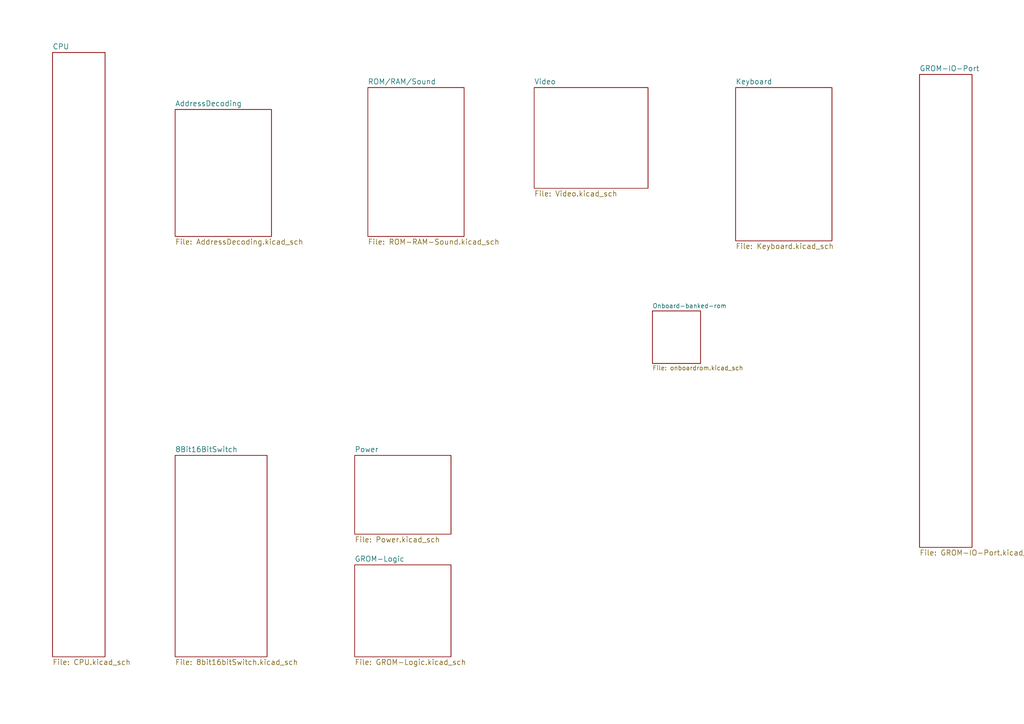
<source format=kicad_sch>
(kicad_sch (version 20211123) (generator eeschema)

  (uuid 10b20c6b-8045-46d1-a965-0d7dd9a1b5fa)

  (paper "A4")

  (title_block
    (title "TI-99/22")
    (date "2022-11-13")
    (rev "0.90")
    (company "Dan Werner - https://github.com/danwerner21/ti99_22")
    (comment 1 "Main schematic for separating each function block to its own sub schematic.")
    (comment 3 "was based on the HackMac KiCAD Design")
    (comment 4 "Based Robert Krenicki's design which")
    (comment 5 "Original - https://github.com/rkrenicki/TI99-Motherboard")
  )

  (lib_symbols
  )


  (sheet (at 266.7 21.59) (size 15.24 137.16) (fields_autoplaced)
    (stroke (width 0) (type solid) (color 0 0 0 0))
    (fill (color 0 0 0 0.0000))
    (uuid 00000000-0000-0000-0000-0000560691d6)
    (property "Sheet name" "GROM-IO-Port" (id 0) (at 266.7 20.7514 0)
      (effects (font (size 1.524 1.524)) (justify left bottom))
    )
    (property "Sheet file" "GROM-IO-Port.kicad_sch" (id 1) (at 266.7 159.4362 0)
      (effects (font (size 1.524 1.524)) (justify left top))
    )
  )

  (sheet (at 50.8 132.08) (size 26.67 58.42) (fields_autoplaced)
    (stroke (width 0) (type solid) (color 0 0 0 0))
    (fill (color 0 0 0 0.0000))
    (uuid 00000000-0000-0000-0000-00005607313d)
    (property "Sheet name" "8Bit16BitSwitch" (id 0) (at 50.8 131.2414 0)
      (effects (font (size 1.524 1.524)) (justify left bottom))
    )
    (property "Sheet file" "8bit16bitSwitch.kicad_sch" (id 1) (at 50.8 191.1862 0)
      (effects (font (size 1.524 1.524)) (justify left top))
    )
  )

  (sheet (at 102.87 163.83) (size 27.94 26.67) (fields_autoplaced)
    (stroke (width 0) (type solid) (color 0 0 0 0))
    (fill (color 0 0 0 0.0000))
    (uuid 00000000-0000-0000-0000-000056079ced)
    (property "Sheet name" "GROM-Logic" (id 0) (at 102.87 162.9914 0)
      (effects (font (size 1.524 1.524)) (justify left bottom))
    )
    (property "Sheet file" "GROM-Logic.kicad_sch" (id 1) (at 102.87 191.1862 0)
      (effects (font (size 1.524 1.524)) (justify left top))
    )
  )

  (sheet (at 50.8 31.75) (size 27.94 36.83) (fields_autoplaced)
    (stroke (width 0) (type solid) (color 0 0 0 0))
    (fill (color 0 0 0 0.0000))
    (uuid 00000000-0000-0000-0000-00005607ac3b)
    (property "Sheet name" "AddressDecoding" (id 0) (at 50.8 30.9114 0)
      (effects (font (size 1.524 1.524)) (justify left bottom))
    )
    (property "Sheet file" "AddressDecoding.kicad_sch" (id 1) (at 50.8 69.2662 0)
      (effects (font (size 1.524 1.524)) (justify left top))
    )
  )

  (sheet (at 15.24 15.24) (size 15.24 175.26) (fields_autoplaced)
    (stroke (width 0) (type solid) (color 0 0 0 0))
    (fill (color 0 0 0 0.0000))
    (uuid 00000000-0000-0000-0000-000056085f00)
    (property "Sheet name" "CPU" (id 0) (at 15.24 14.4014 0)
      (effects (font (size 1.524 1.524)) (justify left bottom))
    )
    (property "Sheet file" "CPU.kicad_sch" (id 1) (at 15.24 191.1862 0)
      (effects (font (size 1.524 1.524)) (justify left top))
    )
  )

  (sheet (at 154.94 25.4) (size 33.02 29.21) (fields_autoplaced)
    (stroke (width 0) (type solid) (color 0 0 0 0))
    (fill (color 0 0 0 0.0000))
    (uuid 00000000-0000-0000-0000-0000560e4e44)
    (property "Sheet name" "Video" (id 0) (at 154.94 24.5614 0)
      (effects (font (size 1.524 1.524)) (justify left bottom))
    )
    (property "Sheet file" "Video.kicad_sch" (id 1) (at 154.94 55.2962 0)
      (effects (font (size 1.524 1.524)) (justify left top))
    )
  )

  (sheet (at 102.87 132.08) (size 27.94 22.86) (fields_autoplaced)
    (stroke (width 0) (type solid) (color 0 0 0 0))
    (fill (color 0 0 0 0.0000))
    (uuid 00000000-0000-0000-0000-0000560f49b9)
    (property "Sheet name" "Power" (id 0) (at 102.87 131.2414 0)
      (effects (font (size 1.524 1.524)) (justify left bottom))
    )
    (property "Sheet file" "Power.kicad_sch" (id 1) (at 102.87 155.6262 0)
      (effects (font (size 1.524 1.524)) (justify left top))
    )
  )

  (sheet (at 213.36 25.4) (size 27.94 44.45) (fields_autoplaced)
    (stroke (width 0) (type solid) (color 0 0 0 0))
    (fill (color 0 0 0 0.0000))
    (uuid 00000000-0000-0000-0000-00005613dcca)
    (property "Sheet name" "Keyboard" (id 0) (at 213.36 24.5614 0)
      (effects (font (size 1.524 1.524)) (justify left bottom))
    )
    (property "Sheet file" "Keyboard.kicad_sch" (id 1) (at 213.36 70.5362 0)
      (effects (font (size 1.524 1.524)) (justify left top))
    )
  )

  (sheet (at 106.68 25.4) (size 27.94 43.18) (fields_autoplaced)
    (stroke (width 0) (type solid) (color 0 0 0 0))
    (fill (color 0 0 0 0.0000))
    (uuid 00000000-0000-0000-0000-0000561cdf3b)
    (property "Sheet name" "ROM/RAM/Sound" (id 0) (at 106.68 24.5614 0)
      (effects (font (size 1.524 1.524)) (justify left bottom))
    )
    (property "Sheet file" "ROM-RAM-Sound.kicad_sch" (id 1) (at 106.68 69.2662 0)
      (effects (font (size 1.524 1.524)) (justify left top))
    )
  )

  (sheet (at 189.23 90.17) (size 13.97 15.24) (fields_autoplaced)
    (stroke (width 0.1524) (type solid) (color 0 0 0 0))
    (fill (color 0 0 0 0.0000))
    (uuid 0479bcf4-aa47-4c0e-84b6-cb1b42828ccd)
    (property "Sheet name" "Onboard-banked-rom" (id 0) (at 189.23 89.4584 0)
      (effects (font (size 1.27 1.27)) (justify left bottom))
    )
    (property "Sheet file" "onboardrom.kicad_sch" (id 1) (at 189.23 105.9946 0)
      (effects (font (size 1.27 1.27)) (justify left top))
    )
  )

  (sheet_instances
    (path "/" (page "1"))
    (path "/00000000-0000-0000-0000-000056085f00" (page "2"))
    (path "/00000000-0000-0000-0000-00005607ac3b" (page "3"))
    (path "/00000000-0000-0000-0000-00005607313d" (page "4"))
    (path "/00000000-0000-0000-0000-0000560f49b9" (page "5"))
    (path "/00000000-0000-0000-0000-000056079ced" (page "6"))
    (path "/00000000-0000-0000-0000-0000561cdf3b" (page "7"))
    (path "/00000000-0000-0000-0000-0000560e4e44" (page "8"))
    (path "/00000000-0000-0000-0000-00005613dcca" (page "9"))
    (path "/00000000-0000-0000-0000-0000560691d6" (page "10"))
    (path "/0479bcf4-aa47-4c0e-84b6-cb1b42828ccd" (page "11"))
  )

  (symbol_instances
    (path "/00000000-0000-0000-0000-0000560f49b9/a2a2c15d-16b6-48cc-a04b-2c94434366cc"
      (reference "#FLG01") (unit 1) (value "PWR_FLAG") (footprint "")
    )
    (path "/00000000-0000-0000-0000-0000560f49b9/c50adf45-b35c-4647-b4b9-096e72f39c5d"
      (reference "#FLG02") (unit 1) (value "PWR_FLAG") (footprint "")
    )
    (path "/00000000-0000-0000-0000-0000560f49b9/8987850b-5903-48fd-96bd-f91e54c68a56"
      (reference "#FLG03") (unit 1) (value "PWR_FLAG") (footprint "")
    )
    (path "/00000000-0000-0000-0000-0000560f49b9/c6610043-fbfa-4bf4-a956-e90641dd8033"
      (reference "#FLG04") (unit 1) (value "PWR_FLAG") (footprint "")
    )
    (path "/00000000-0000-0000-0000-0000560f49b9/71abf7fe-dd52-4e33-8166-458521c72f37"
      (reference "#FLG05") (unit 1) (value "PWR_FLAG") (footprint "")
    )
    (path "/00000000-0000-0000-0000-000056085f00/1617a9b5-46cf-4752-b78a-21e0accb16d5"
      (reference "#FLG0102") (unit 1) (value "PWR_FLAG") (footprint "")
    )
    (path "/00000000-0000-0000-0000-000056085f00/0136a76c-1f03-482b-9482-bbbbf213e41d"
      (reference "#FLG0103") (unit 1) (value "PWR_FLAG") (footprint "")
    )
    (path "/00000000-0000-0000-0000-0000560f49b9/d42d2a64-84d3-4146-b478-a830e3101c26"
      (reference "#FLG0104") (unit 1) (value "PWR_FLAG") (footprint "")
    )
    (path "/00000000-0000-0000-0000-0000560f49b9/79b60ac3-97c7-4df5-bc34-8ca5170209ca"
      (reference "#FLG0105") (unit 1) (value "PWR_FLAG") (footprint "")
    )
    (path "/00000000-0000-0000-0000-0000561cdf3b/4d01d721-1b23-4122-a3c7-ed8bb91a3abd"
      (reference "#FLG0106") (unit 1) (value "PWR_FLAG") (footprint "")
    )
    (path "/00000000-0000-0000-0000-0000560e4e44/baf1a13a-f8b3-46ae-9ef6-7fdb5e79f339"
      (reference "#FLG0107") (unit 1) (value "PWR_FLAG") (footprint "")
    )
    (path "/00000000-0000-0000-0000-000056085f00/00000000-0000-0000-0000-0000560b3581"
      (reference "#PWR01") (unit 1) (value "GND") (footprint "")
    )
    (path "/00000000-0000-0000-0000-000056085f00/00000000-0000-0000-0000-0000560b0cc5"
      (reference "#PWR02") (unit 1) (value "GND") (footprint "")
    )
    (path "/00000000-0000-0000-0000-000056085f00/cf07f4fa-1a63-450b-943e-728bcf2afa23"
      (reference "#PWR03") (unit 1) (value "GND") (footprint "")
    )
    (path "/00000000-0000-0000-0000-000056085f00/00000000-0000-0000-0000-0000560b08f2"
      (reference "#PWR04") (unit 1) (value "+5V") (footprint "")
    )
    (path "/00000000-0000-0000-0000-000056085f00/00000000-0000-0000-0000-0000560b49e1"
      (reference "#PWR05") (unit 1) (value "GND") (footprint "")
    )
    (path "/00000000-0000-0000-0000-000056085f00/00000000-0000-0000-0000-0000670281de"
      (reference "#PWR06") (unit 1) (value "GND") (footprint "")
    )
    (path "/00000000-0000-0000-0000-000056085f00/00000000-0000-0000-0000-0000560b2bb3"
      (reference "#PWR07") (unit 1) (value "+5V") (footprint "")
    )
    (path "/00000000-0000-0000-0000-000056085f00/00000000-0000-0000-0000-000056098b69"
      (reference "#PWR08") (unit 1) (value "GND") (footprint "")
    )
    (path "/00000000-0000-0000-0000-000056085f00/00000000-0000-0000-0000-000056098b95"
      (reference "#PWR09") (unit 1) (value "+5V") (footprint "")
    )
    (path "/00000000-0000-0000-0000-000056085f00/00000000-0000-0000-0000-0000560b3d14"
      (reference "#PWR010") (unit 1) (value "GND") (footprint "")
    )
    (path "/00000000-0000-0000-0000-000056085f00/00000000-0000-0000-0000-0000560b65a6"
      (reference "#PWR011") (unit 1) (value "GND") (footprint "")
    )
    (path "/00000000-0000-0000-0000-000056085f00/00000000-0000-0000-0000-0000560b492d"
      (reference "#PWR012") (unit 1) (value "+12V") (footprint "")
    )
    (path "/00000000-0000-0000-0000-000056085f00/00000000-0000-0000-0000-0000560ba844"
      (reference "#PWR013") (unit 1) (value "GND") (footprint "")
    )
    (path "/00000000-0000-0000-0000-000056085f00/00000000-0000-0000-0000-0000560ba4a6"
      (reference "#PWR014") (unit 1) (value "-5V") (footprint "")
    )
    (path "/00000000-0000-0000-0000-000056085f00/00000000-0000-0000-0000-00006113c9f1"
      (reference "#PWR015") (unit 1) (value "GND") (footprint "")
    )
    (path "/00000000-0000-0000-0000-000056085f00/00000000-0000-0000-0000-0000560b95a3"
      (reference "#PWR016") (unit 1) (value "+5V") (footprint "")
    )
    (path "/00000000-0000-0000-0000-000056085f00/00000000-0000-0000-0000-0000560b6d80"
      (reference "#PWR017") (unit 1) (value "+5V") (footprint "")
    )
    (path "/00000000-0000-0000-0000-000056085f00/00000000-0000-0000-0000-0000560b9271"
      (reference "#PWR018") (unit 1) (value "GND") (footprint "")
    )
    (path "/00000000-0000-0000-0000-000056085f00/00000000-0000-0000-0000-0000561122b8"
      (reference "#PWR019") (unit 1) (value "GND") (footprint "")
    )
    (path "/00000000-0000-0000-0000-00005607ac3b/00000000-0000-0000-0000-0000560b5e4f"
      (reference "#PWR020") (unit 1) (value "GND") (footprint "")
    )
    (path "/00000000-0000-0000-0000-00005607ac3b/00000000-0000-0000-0000-0000560b5b5d"
      (reference "#PWR021") (unit 1) (value "+5V") (footprint "")
    )
    (path "/00000000-0000-0000-0000-00005607ac3b/357fecf0-a292-47b8-b441-9418d8fa454e"
      (reference "#PWR022") (unit 1) (value "+5V") (footprint "")
    )
    (path "/00000000-0000-0000-0000-00005607ac3b/00000000-0000-0000-0000-0000678477fe"
      (reference "#PWR023") (unit 1) (value "+5V") (footprint "")
    )
    (path "/00000000-0000-0000-0000-00005607ac3b/00000000-0000-0000-0000-0000678093ef"
      (reference "#PWR024") (unit 1) (value "GND") (footprint "")
    )
    (path "/00000000-0000-0000-0000-00005607ac3b/00000000-0000-0000-0000-00005621ff92"
      (reference "#PWR025") (unit 1) (value "+5V") (footprint "")
    )
    (path "/00000000-0000-0000-0000-00005607ac3b/00000000-0000-0000-0000-00006208b1ec"
      (reference "#PWR026") (unit 1) (value "+5V") (footprint "")
    )
    (path "/00000000-0000-0000-0000-00005607ac3b/00000000-0000-0000-0000-000067808c7e"
      (reference "#PWR027") (unit 1) (value "GND") (footprint "")
    )
    (path "/00000000-0000-0000-0000-00005607ac3b/00000000-0000-0000-0000-00006208b4c2"
      (reference "#PWR028") (unit 1) (value "GND") (footprint "")
    )
    (path "/00000000-0000-0000-0000-00005607ac3b/00000000-0000-0000-0000-00005607c3fc"
      (reference "#PWR029") (unit 1) (value "+5V") (footprint "")
    )
    (path "/00000000-0000-0000-0000-00005607313d/00000000-0000-0000-0000-00005606e406"
      (reference "#PWR030") (unit 1) (value "GND") (footprint "")
    )
    (path "/00000000-0000-0000-0000-00005607313d/00000000-0000-0000-0000-00005606e023"
      (reference "#PWR031") (unit 1) (value "+5V") (footprint "")
    )
    (path "/00000000-0000-0000-0000-00005607313d/00000000-0000-0000-0000-00005606dea7"
      (reference "#PWR032") (unit 1) (value "GND") (footprint "")
    )
    (path "/00000000-0000-0000-0000-00005607313d/00000000-0000-0000-0000-00005606e4aa"
      (reference "#PWR033") (unit 1) (value "GND") (footprint "")
    )
    (path "/00000000-0000-0000-0000-00005607313d/00000000-0000-0000-0000-00005606e047"
      (reference "#PWR034") (unit 1) (value "+5V") (footprint "")
    )
    (path "/00000000-0000-0000-0000-00005607313d/00000000-0000-0000-0000-00005606de91"
      (reference "#PWR035") (unit 1) (value "GND") (footprint "")
    )
    (path "/00000000-0000-0000-0000-00005607313d/00000000-0000-0000-0000-00005606e078"
      (reference "#PWR036") (unit 1) (value "+5V") (footprint "")
    )
    (path "/00000000-0000-0000-0000-00005607313d/00000000-0000-0000-0000-00005606de79"
      (reference "#PWR037") (unit 1) (value "GND") (footprint "")
    )
    (path "/00000000-0000-0000-0000-00005607313d/00000000-0000-0000-0000-00005609dfb7"
      (reference "#PWR038") (unit 1) (value "+5V") (footprint "")
    )
    (path "/00000000-0000-0000-0000-00005607313d/00000000-0000-0000-0000-00005609dfef"
      (reference "#PWR039") (unit 1) (value "+5V") (footprint "")
    )
    (path "/00000000-0000-0000-0000-00005607313d/00000000-0000-0000-0000-0000560b4793"
      (reference "#PWR040") (unit 1) (value "GND") (footprint "")
    )
    (path "/00000000-0000-0000-0000-00005607313d/00000000-0000-0000-0000-0000678ef229"
      (reference "#PWR041") (unit 1) (value "+5V") (footprint "")
    )
    (path "/00000000-0000-0000-0000-00005607313d/00000000-0000-0000-0000-0000678ee79d"
      (reference "#PWR042") (unit 1) (value "GND") (footprint "")
    )
    (path "/00000000-0000-0000-0000-00005607313d/00000000-0000-0000-0000-0000560d664b"
      (reference "#PWR043") (unit 1) (value "+5V") (footprint "")
    )
    (path "/00000000-0000-0000-0000-00005607313d/00000000-0000-0000-0000-00005609e320"
      (reference "#PWR044") (unit 1) (value "+5V") (footprint "")
    )
    (path "/00000000-0000-0000-0000-0000560f49b9/8f9bb489-8fc3-45f7-bed0-c6b7307dd562"
      (reference "#PWR045") (unit 1) (value "+5V") (footprint "")
    )
    (path "/00000000-0000-0000-0000-0000560f49b9/286205aa-9cce-4d2c-b63f-3f4b9642574c"
      (reference "#PWR046") (unit 1) (value "GND") (footprint "")
    )
    (path "/00000000-0000-0000-0000-0000560f49b9/d9f5b6c8-a7c9-4cab-bab2-fba716e68d1c"
      (reference "#PWR047") (unit 1) (value "-5V") (footprint "")
    )
    (path "/00000000-0000-0000-0000-0000560f49b9/c0ebd195-4631-4a49-bb71-ae8218357427"
      (reference "#PWR048") (unit 1) (value "GND") (footprint "")
    )
    (path "/00000000-0000-0000-0000-0000560f49b9/943657d5-ccd1-4865-a23d-d6d71591a5c7"
      (reference "#PWR049") (unit 1) (value "VSS") (footprint "")
    )
    (path "/00000000-0000-0000-0000-0000560f49b9/00000000-0000-0000-0000-0000676f9b9a"
      (reference "#PWR050") (unit 1) (value "GND") (footprint "")
    )
    (path "/00000000-0000-0000-0000-0000560f49b9/98557525-b394-402c-adf4-1e59ba191cde"
      (reference "#PWR051") (unit 1) (value "+5V") (footprint "")
    )
    (path "/00000000-0000-0000-0000-0000560f49b9/2ff30b2e-349c-4e42-96c1-9ba670e66838"
      (reference "#PWR052") (unit 1) (value "GND") (footprint "")
    )
    (path "/00000000-0000-0000-0000-0000560f49b9/cc4e2161-6ef3-4b77-8e95-aba592f03219"
      (reference "#PWR053") (unit 1) (value "-5V") (footprint "")
    )
    (path "/00000000-0000-0000-0000-0000560f49b9/40b2b302-0510-4b04-bbb8-f4e3fb35096e"
      (reference "#PWR054") (unit 1) (value "+5V") (footprint "")
    )
    (path "/00000000-0000-0000-0000-0000560f49b9/00000000-0000-0000-0000-0000688eb272"
      (reference "#PWR055") (unit 1) (value "+5V") (footprint "")
    )
    (path "/00000000-0000-0000-0000-0000560f49b9/00000000-0000-0000-0000-0000688ea5a0"
      (reference "#PWR056") (unit 1) (value "GND") (footprint "")
    )
    (path "/00000000-0000-0000-0000-0000560f49b9/00000000-0000-0000-0000-0000676f9c25"
      (reference "#PWR057") (unit 1) (value "GND") (footprint "")
    )
    (path "/00000000-0000-0000-0000-0000560f49b9/3ba8fc88-956e-4ffb-b384-a6e48efc0766"
      (reference "#PWR058") (unit 1) (value "GND") (footprint "")
    )
    (path "/00000000-0000-0000-0000-0000560f49b9/00000000-0000-0000-0000-0000676f9b8e"
      (reference "#PWR059") (unit 1) (value "-5V") (footprint "")
    )
    (path "/00000000-0000-0000-0000-0000560f49b9/00000000-0000-0000-0000-0000676f9b94"
      (reference "#PWR060") (unit 1) (value "+12V") (footprint "")
    )
    (path "/00000000-0000-0000-0000-0000560f49b9/dba0faa1-5251-4224-a2bd-098828750411"
      (reference "#PWR061") (unit 1) (value "GND") (footprint "")
    )
    (path "/00000000-0000-0000-0000-0000560f49b9/00000000-0000-0000-0000-000067a210a5"
      (reference "#PWR062") (unit 1) (value "GND") (footprint "")
    )
    (path "/00000000-0000-0000-0000-0000560f49b9/00000000-0000-0000-0000-000067a210ab"
      (reference "#PWR063") (unit 1) (value "GND") (footprint "")
    )
    (path "/00000000-0000-0000-0000-0000560f49b9/00000000-0000-0000-0000-000067d54560"
      (reference "#PWR064") (unit 1) (value "GND") (footprint "")
    )
    (path "/00000000-0000-0000-0000-0000560f49b9/00000000-0000-0000-0000-000067d55209"
      (reference "#PWR065") (unit 1) (value "GND") (footprint "")
    )
    (path "/00000000-0000-0000-0000-0000560f49b9/00000000-0000-0000-0000-000067d55ec6"
      (reference "#PWR066") (unit 1) (value "GND") (footprint "")
    )
    (path "/00000000-0000-0000-0000-0000560f49b9/6574ed62-b237-42e2-9794-a7305566c7e8"
      (reference "#PWR067") (unit 1) (value "+5V") (footprint "")
    )
    (path "/00000000-0000-0000-0000-0000560f49b9/00000000-0000-0000-0000-0000676f9b88"
      (reference "#PWR068") (unit 1) (value "+5V") (footprint "")
    )
    (path "/00000000-0000-0000-0000-000056079ced/acf7c8e9-466d-4380-99f5-6b6b846f7776"
      (reference "#PWR069") (unit 1) (value "+5V") (footprint "")
    )
    (path "/00000000-0000-0000-0000-000056079ced/00000000-0000-0000-0000-00005606e0e2"
      (reference "#PWR070") (unit 1) (value "-5V") (footprint "")
    )
    (path "/00000000-0000-0000-0000-000056079ced/00000000-0000-0000-0000-0000560f5c8a"
      (reference "#PWR071") (unit 1) (value "+12V") (footprint "")
    )
    (path "/00000000-0000-0000-0000-000056079ced/00000000-0000-0000-0000-0000560f79ba"
      (reference "#PWR072") (unit 1) (value "GND") (footprint "")
    )
    (path "/00000000-0000-0000-0000-000056079ced/00000000-0000-0000-0000-00005606feb2"
      (reference "#PWR073") (unit 1) (value "GND") (footprint "")
    )
    (path "/00000000-0000-0000-0000-000056079ced/00000000-0000-0000-0000-0000560f8fd2"
      (reference "#PWR074") (unit 1) (value "+5V") (footprint "")
    )
    (path "/00000000-0000-0000-0000-000056079ced/00000000-0000-0000-0000-0000560f86f4"
      (reference "#PWR075") (unit 1) (value "GND") (footprint "")
    )
    (path "/00000000-0000-0000-0000-000056079ced/00000000-0000-0000-0000-00005607a11c"
      (reference "#PWR076") (unit 1) (value "+5V") (footprint "")
    )
    (path "/00000000-0000-0000-0000-000056079ced/738dd81d-ceae-40be-8fad-a4ff22614297"
      (reference "#PWR077") (unit 1) (value "+5V") (footprint "")
    )
    (path "/00000000-0000-0000-0000-000056079ced/00000000-0000-0000-0000-00005606e100"
      (reference "#PWR078") (unit 1) (value "-5V") (footprint "")
    )
    (path "/00000000-0000-0000-0000-000056079ced/f99e74a8-a009-4e9d-b010-19c853016f4a"
      (reference "#PWR079") (unit 1) (value "VSS") (footprint "")
    )
    (path "/00000000-0000-0000-0000-000056079ced/aaab9480-3b78-40f7-8548-52b2583f6314"
      (reference "#PWR080") (unit 1) (value "GND") (footprint "")
    )
    (path "/00000000-0000-0000-0000-000056079ced/323978fd-511c-49b3-81a3-a975f4ca387c"
      (reference "#PWR081") (unit 1) (value "+5V") (footprint "")
    )
    (path "/00000000-0000-0000-0000-000056079ced/dde7c12f-67ec-4e54-9263-3c12ae9b1353"
      (reference "#PWR082") (unit 1) (value "+5V") (footprint "")
    )
    (path "/00000000-0000-0000-0000-000056079ced/00000000-0000-0000-0000-00005606e11c"
      (reference "#PWR083") (unit 1) (value "-5V") (footprint "")
    )
    (path "/00000000-0000-0000-0000-0000561cdf3b/00000000-0000-0000-0000-0000671dfc54"
      (reference "#PWR084") (unit 1) (value "+5V") (footprint "")
    )
    (path "/00000000-0000-0000-0000-0000561cdf3b/00000000-0000-0000-0000-0000671e01b7"
      (reference "#PWR085") (unit 1) (value "+5V") (footprint "")
    )
    (path "/00000000-0000-0000-0000-0000561cdf3b/4448f599-f98b-487e-af00-94c9770fdd1f"
      (reference "#PWR086") (unit 1) (value "GND") (footprint "")
    )
    (path "/00000000-0000-0000-0000-0000561cdf3b/46a86eae-1d90-491c-af9b-f88001ad28ad"
      (reference "#PWR087") (unit 1) (value "GND") (footprint "")
    )
    (path "/00000000-0000-0000-0000-0000561cdf3b/00000000-0000-0000-0000-0000671e0914"
      (reference "#PWR088") (unit 1) (value "GND") (footprint "")
    )
    (path "/00000000-0000-0000-0000-0000561cdf3b/00000000-0000-0000-0000-0000671e042d"
      (reference "#PWR089") (unit 1) (value "GND") (footprint "")
    )
    (path "/00000000-0000-0000-0000-0000561cdf3b/cbce40e0-b382-47ed-b6c2-bd6f31da5a84"
      (reference "#PWR090") (unit 1) (value "GND") (footprint "")
    )
    (path "/00000000-0000-0000-0000-0000561cdf3b/00000000-0000-0000-0000-0000671e56b6"
      (reference "#PWR091") (unit 1) (value "GND") (footprint "")
    )
    (path "/00000000-0000-0000-0000-0000561cdf3b/afa333ef-bb61-4f34-9da8-6f02c6d2acad"
      (reference "#PWR092") (unit 1) (value "GND") (footprint "")
    )
    (path "/00000000-0000-0000-0000-0000561cdf3b/00000000-0000-0000-0000-00005621d759"
      (reference "#PWR093") (unit 1) (value "GND") (footprint "")
    )
    (path "/00000000-0000-0000-0000-0000561cdf3b/3000a84c-f5f3-4f7d-bfb1-238d764a48cb"
      (reference "#PWR094") (unit 1) (value "+5V") (footprint "")
    )
    (path "/00000000-0000-0000-0000-0000561cdf3b/0ddd3650-dbab-4965-a119-499c9300e973"
      (reference "#PWR095") (unit 1) (value "+5V") (footprint "")
    )
    (path "/00000000-0000-0000-0000-0000561cdf3b/74735a56-08ce-442a-9a63-14a16806b1a9"
      (reference "#PWR096") (unit 1) (value "+5V") (footprint "")
    )
    (path "/00000000-0000-0000-0000-0000561cdf3b/14cf6e52-94ee-43eb-b78a-e2e4bf3337ca"
      (reference "#PWR097") (unit 1) (value "+5V") (footprint "")
    )
    (path "/00000000-0000-0000-0000-0000561cdf3b/faff69cd-f6f1-461b-86b1-3552992ea146"
      (reference "#PWR098") (unit 1) (value "+5V") (footprint "")
    )
    (path "/00000000-0000-0000-0000-0000561cdf3b/00000000-0000-0000-0000-0000671e52f4"
      (reference "#PWR099") (unit 1) (value "+5V") (footprint "")
    )
    (path "/00000000-0000-0000-0000-0000561cdf3b/00000000-0000-0000-0000-000067601de6"
      (reference "#PWR0100") (unit 1) (value "GND") (footprint "")
    )
    (path "/00000000-0000-0000-0000-0000561cdf3b/00000000-0000-0000-0000-000067601e03"
      (reference "#PWR0101") (unit 1) (value "+5V") (footprint "")
    )
    (path "/00000000-0000-0000-0000-0000561cdf3b/00000000-0000-0000-0000-000067601e0d"
      (reference "#PWR0102") (unit 1) (value "GND") (footprint "")
    )
    (path "/00000000-0000-0000-0000-0000561cdf3b/00000000-0000-0000-0000-000067601dfd"
      (reference "#PWR0103") (unit 1) (value "GND") (footprint "")
    )
    (path "/00000000-0000-0000-0000-0000560e4e44/00000000-0000-0000-0000-00005613c01a"
      (reference "#PWR0104") (unit 1) (value "GND") (footprint "")
    )
    (path "/00000000-0000-0000-0000-0000560e4e44/2432e524-503d-4cfb-8b01-eb9a2baf6824"
      (reference "#PWR0105") (unit 1) (value "GND") (footprint "")
    )
    (path "/00000000-0000-0000-0000-0000560e4e44/00000000-0000-0000-0000-00005613bf98"
      (reference "#PWR0106") (unit 1) (value "GND") (footprint "")
    )
    (path "/00000000-0000-0000-0000-0000560e4e44/3b2323c9-5c1f-440f-81a2-c0b01c6da6d7"
      (reference "#PWR0107") (unit 1) (value "GND") (footprint "")
    )
    (path "/00000000-0000-0000-0000-0000560e4e44/610e8aa9-61db-4151-8bd9-309867b32786"
      (reference "#PWR0108") (unit 1) (value "+5V") (footprint "")
    )
    (path "/00000000-0000-0000-0000-0000560e4e44/46836eb4-62c6-4a3a-8e59-73f22302a307"
      (reference "#PWR0109") (unit 1) (value "GND") (footprint "")
    )
    (path "/00000000-0000-0000-0000-0000560e4e44/36efdbb6-a4fb-4899-8202-f625ac24ea96"
      (reference "#PWR0110") (unit 1) (value "GND") (footprint "")
    )
    (path "/00000000-0000-0000-0000-0000560e4e44/94bf9fb7-dfae-4332-9c93-424235522f5f"
      (reference "#PWR0111") (unit 1) (value "GND") (footprint "")
    )
    (path "/00000000-0000-0000-0000-0000560e4e44/0ba06909-e401-4085-afaf-1aece7188f52"
      (reference "#PWR0112") (unit 1) (value "+5V") (footprint "")
    )
    (path "/00000000-0000-0000-0000-0000560e4e44/88725ff5-b65e-4c4e-8a36-d4061c5c1f68"
      (reference "#PWR0113") (unit 1) (value "GND") (footprint "")
    )
    (path "/00000000-0000-0000-0000-0000560e4e44/6931bcfe-5d9b-4ad1-a2be-a8cf58158eb3"
      (reference "#PWR0114") (unit 1) (value "GND") (footprint "")
    )
    (path "/00000000-0000-0000-0000-0000560e4e44/aa29485e-16cc-4875-a138-5a2e64a2cf87"
      (reference "#PWR0115") (unit 1) (value "GND") (footprint "")
    )
    (path "/00000000-0000-0000-0000-0000560e4e44/f2ea2fd6-e27d-48e5-a7a9-1c145a100eac"
      (reference "#PWR0116") (unit 1) (value "+5V") (footprint "")
    )
    (path "/00000000-0000-0000-0000-0000560e4e44/c4df6e6c-d964-4617-834e-87dbe939255b"
      (reference "#PWR0117") (unit 1) (value "GND") (footprint "")
    )
    (path "/00000000-0000-0000-0000-0000560e4e44/6d392418-3476-447b-af4e-aefa814b63f2"
      (reference "#PWR0118") (unit 1) (value "+5V") (footprint "")
    )
    (path "/00000000-0000-0000-0000-0000560e4e44/37a25b81-17e3-464a-90d7-b93c5ac5b99e"
      (reference "#PWR0119") (unit 1) (value "GND") (footprint "")
    )
    (path "/00000000-0000-0000-0000-0000560e4e44/c5d19581-d51c-4592-a423-8bd922bb121f"
      (reference "#PWR0120") (unit 1) (value "+5V") (footprint "")
    )
    (path "/00000000-0000-0000-0000-0000560e4e44/22f14a5f-ca70-43e0-b323-85f8d91d6807"
      (reference "#PWR0121") (unit 1) (value "GND") (footprint "")
    )
    (path "/00000000-0000-0000-0000-0000560e4e44/3cd8c329-790b-4f13-9da7-7a23ef5e511e"
      (reference "#PWR0122") (unit 1) (value "+5V") (footprint "")
    )
    (path "/00000000-0000-0000-0000-0000560e4e44/1212736b-cfac-4543-a4f5-36a8a56aa32c"
      (reference "#PWR0123") (unit 1) (value "GND") (footprint "")
    )
    (path "/00000000-0000-0000-0000-00005613dcca/00000000-0000-0000-0000-0000561898ab"
      (reference "#PWR0124") (unit 1) (value "+5V") (footprint "")
    )
    (path "/00000000-0000-0000-0000-00005613dcca/00000000-0000-0000-0000-000060d4d343"
      (reference "#PWR0125") (unit 1) (value "GND") (footprint "")
    )
    (path "/00000000-0000-0000-0000-00005613dcca/00000000-0000-0000-0000-000056189846"
      (reference "#PWR0126") (unit 1) (value "GND") (footprint "")
    )
    (path "/00000000-0000-0000-0000-00005613dcca/00000000-0000-0000-0000-00005618931b"
      (reference "#PWR0127") (unit 1) (value "+5V") (footprint "")
    )
    (path "/00000000-0000-0000-0000-00005613dcca/00000000-0000-0000-0000-00005618a49b"
      (reference "#PWR0128") (unit 1) (value "GND") (footprint "")
    )
    (path "/00000000-0000-0000-0000-00005613dcca/00000000-0000-0000-0000-000056194958"
      (reference "#PWR0129") (unit 1) (value "GND") (footprint "")
    )
    (path "/00000000-0000-0000-0000-00005613dcca/00000000-0000-0000-0000-00005619487e"
      (reference "#PWR0130") (unit 1) (value "GND") (footprint "")
    )
    (path "/00000000-0000-0000-0000-00005613dcca/00000000-0000-0000-0000-0000561ad056"
      (reference "#PWR0131") (unit 1) (value "GND") (footprint "")
    )
    (path "/00000000-0000-0000-0000-00005613dcca/00000000-0000-0000-0000-0000623c87da"
      (reference "#PWR0132") (unit 1) (value "+5V") (footprint "")
    )
    (path "/00000000-0000-0000-0000-00005613dcca/00000000-0000-0000-0000-00006669b8c4"
      (reference "#PWR0133") (unit 1) (value "GND") (footprint "")
    )
    (path "/00000000-0000-0000-0000-00005613dcca/00000000-0000-0000-0000-0000561b48e9"
      (reference "#PWR0134") (unit 1) (value "+5V") (footprint "")
    )
    (path "/00000000-0000-0000-0000-00005613dcca/00000000-0000-0000-0000-0000623c4681"
      (reference "#PWR0135") (unit 1) (value "+5V") (footprint "")
    )
    (path "/00000000-0000-0000-0000-00005613dcca/00000000-0000-0000-0000-00005618aa21"
      (reference "#PWR0136") (unit 1) (value "GND") (footprint "")
    )
    (path "/00000000-0000-0000-0000-00005613dcca/00000000-0000-0000-0000-0000561af365"
      (reference "#PWR0137") (unit 1) (value "GND") (footprint "")
    )
    (path "/00000000-0000-0000-0000-00005613dcca/00000000-0000-0000-0000-00006248d2d9"
      (reference "#PWR0138") (unit 1) (value "+5V") (footprint "")
    )
    (path "/00000000-0000-0000-0000-00005613dcca/00000000-0000-0000-0000-0000561b001e"
      (reference "#PWR0139") (unit 1) (value "-5V") (footprint "")
    )
    (path "/00000000-0000-0000-0000-00005613dcca/00000000-0000-0000-0000-0000561b695f"
      (reference "#PWR0140") (unit 1) (value "GND") (footprint "")
    )
    (path "/00000000-0000-0000-0000-00005613dcca/00000000-0000-0000-0000-000056199d40"
      (reference "#PWR0141") (unit 1) (value "GND") (footprint "")
    )
    (path "/00000000-0000-0000-0000-00005613dcca/00000000-0000-0000-0000-000056188b1e"
      (reference "#PWR0142") (unit 1) (value "GND") (footprint "")
    )
    (path "/00000000-0000-0000-0000-00005613dcca/00000000-0000-0000-0000-0000561acc68"
      (reference "#PWR0143") (unit 1) (value "GND") (footprint "")
    )
    (path "/00000000-0000-0000-0000-00005613dcca/00000000-0000-0000-0000-00005618ffea"
      (reference "#PWR0144") (unit 1) (value "GND") (footprint "")
    )
    (path "/00000000-0000-0000-0000-00005613dcca/00000000-0000-0000-0000-000056181d04"
      (reference "#PWR0145") (unit 1) (value "GND") (footprint "")
    )
    (path "/00000000-0000-0000-0000-00005613dcca/00000000-0000-0000-0000-0000623c5464"
      (reference "#PWR0146") (unit 1) (value "+5V") (footprint "")
    )
    (path "/00000000-0000-0000-0000-00005613dcca/00000000-0000-0000-0000-00005618e45f"
      (reference "#PWR0147") (unit 1) (value "GND") (footprint "")
    )
    (path "/00000000-0000-0000-0000-00005613dcca/00000000-0000-0000-0000-00006244c1ca"
      (reference "#PWR0148") (unit 1) (value "-5V") (footprint "")
    )
    (path "/00000000-0000-0000-0000-00005613dcca/00000000-0000-0000-0000-00005616adef"
      (reference "#PWR0149") (unit 1) (value "+5V") (footprint "")
    )
    (path "/00000000-0000-0000-0000-00005613dcca/00000000-0000-0000-0000-00005616a139"
      (reference "#PWR0150") (unit 1) (value "+5V") (footprint "")
    )
    (path "/00000000-0000-0000-0000-00005613dcca/00000000-0000-0000-0000-000056194e12"
      (reference "#PWR0151") (unit 1) (value "GND") (footprint "")
    )
    (path "/00000000-0000-0000-0000-00005613dcca/00000000-0000-0000-0000-0000623c6263"
      (reference "#PWR0152") (unit 1) (value "+5V") (footprint "")
    )
    (path "/00000000-0000-0000-0000-00005613dcca/00000000-0000-0000-0000-00006244cab9"
      (reference "#PWR0153") (unit 1) (value "-5V") (footprint "")
    )
    (path "/00000000-0000-0000-0000-00005613dcca/00000000-0000-0000-0000-00005616adf6"
      (reference "#PWR0154") (unit 1) (value "GND") (footprint "")
    )
    (path "/00000000-0000-0000-0000-00005613dcca/00000000-0000-0000-0000-00005616a37e"
      (reference "#PWR0155") (unit 1) (value "GND") (footprint "")
    )
    (path "/00000000-0000-0000-0000-00005613dcca/00000000-0000-0000-0000-000056194db6"
      (reference "#PWR0156") (unit 1) (value "GND") (footprint "")
    )
    (path "/00000000-0000-0000-0000-00005613dcca/00000000-0000-0000-0000-00005617954a"
      (reference "#PWR0157") (unit 1) (value "GND") (footprint "")
    )
    (path "/00000000-0000-0000-0000-00005613dcca/00000000-0000-0000-0000-0000561795fa"
      (reference "#PWR0158") (unit 1) (value "GND") (footprint "")
    )
    (path "/00000000-0000-0000-0000-00005613dcca/00000000-0000-0000-0000-0000561723d0"
      (reference "#PWR0159") (unit 1) (value "GND") (footprint "")
    )
    (path "/00000000-0000-0000-0000-00005613dcca/a37b4a8a-c622-4fed-aa53-77799ef816ec"
      (reference "#PWR0160") (unit 1) (value "GND") (footprint "")
    )
    (path "/00000000-0000-0000-0000-00005613dcca/5bf1aa85-5392-4a35-a871-48cbbb72efac"
      (reference "#PWR0161") (unit 1) (value "+5V") (footprint "")
    )
    (path "/00000000-0000-0000-0000-00005613dcca/00000000-0000-0000-0000-00005618ae1a"
      (reference "#PWR0162") (unit 1) (value "GND") (footprint "")
    )
    (path "/00000000-0000-0000-0000-00005613dcca/00000000-0000-0000-0000-000068a714c6"
      (reference "#PWR0163") (unit 1) (value "GND") (footprint "")
    )
    (path "/00000000-0000-0000-0000-00005613dcca/00000000-0000-0000-0000-000068a729db"
      (reference "#PWR0164") (unit 1) (value "GND") (footprint "")
    )
    (path "/00000000-0000-0000-0000-0000560691d6/e253b012-cda4-4db9-82fc-1135b24aaecf"
      (reference "#PWR0165") (unit 1) (value "GND") (footprint "")
    )
    (path "/00000000-0000-0000-0000-0000560691d6/bac58cb5-56be-4423-b62b-033d57e78cb0"
      (reference "#PWR0166") (unit 1) (value "+5V") (footprint "")
    )
    (path "/00000000-0000-0000-0000-0000560691d6/df108113-54c9-4a45-a6da-0a1ccef6a9f9"
      (reference "#PWR0167") (unit 1) (value "-5V") (footprint "")
    )
    (path "/00000000-0000-0000-0000-0000560691d6/00000000-0000-0000-0000-000056067fb6"
      (reference "#PWR0168") (unit 1) (value "+5V") (footprint "")
    )
    (path "/00000000-0000-0000-0000-0000560691d6/00000000-0000-0000-0000-000056068054"
      (reference "#PWR0169") (unit 1) (value "GND") (footprint "")
    )
    (path "/00000000-0000-0000-0000-0000560691d6/00000000-0000-0000-0000-00005606b52a"
      (reference "#PWR0170") (unit 1) (value "+5V") (footprint "")
    )
    (path "/00000000-0000-0000-0000-0000560691d6/00000000-0000-0000-0000-00005606b1d0"
      (reference "#PWR0171") (unit 1) (value "GND") (footprint "")
    )
    (path "/00000000-0000-0000-0000-0000560691d6/00000000-0000-0000-0000-00005606ae5d"
      (reference "#PWR0172") (unit 1) (value "+5V") (footprint "")
    )
    (path "/00000000-0000-0000-0000-0000560691d6/00000000-0000-0000-0000-00005606b03d"
      (reference "#PWR0173") (unit 1) (value "-5V") (footprint "")
    )
    (path "/00000000-0000-0000-0000-0000560691d6/00000000-0000-0000-0000-0000560733bb"
      (reference "#PWR0174") (unit 1) (value "+5V") (footprint "")
    )
    (path "/00000000-0000-0000-0000-0000560691d6/00000000-0000-0000-0000-0000560736ce"
      (reference "#PWR0175") (unit 1) (value "-5V") (footprint "")
    )
    (path "/00000000-0000-0000-0000-0000560691d6/00000000-0000-0000-0000-0000656fae74"
      (reference "#PWR0176") (unit 1) (value "VSS") (footprint "")
    )
    (path "/00000000-0000-0000-0000-0000560691d6/00000000-0000-0000-0000-0000560c1107"
      (reference "#PWR0177") (unit 1) (value "+5V") (footprint "")
    )
    (path "/00000000-0000-0000-0000-0000560691d6/00000000-0000-0000-0000-0000560724f3"
      (reference "#PWR0178") (unit 1) (value "GND") (footprint "")
    )
    (path "/00000000-0000-0000-0000-0000560691d6/00000000-0000-0000-0000-0000560729e1"
      (reference "#PWR0179") (unit 1) (value "GND") (footprint "")
    )
    (path "/00000000-0000-0000-0000-0000560691d6/00000000-0000-0000-0000-0000560b6755"
      (reference "#PWR0180") (unit 1) (value "+5V") (footprint "")
    )
    (path "/00000000-0000-0000-0000-0000560691d6/c2022ad2-beff-4c0d-b3a5-5c2e756fe8cf"
      (reference "#PWR0181") (unit 1) (value "+5V") (footprint "")
    )
    (path "/00000000-0000-0000-0000-0000560691d6/252fa752-fb07-4165-8d35-58f7ed2db2a2"
      (reference "#PWR0182") (unit 1) (value "-5V") (footprint "")
    )
    (path "/00000000-0000-0000-0000-0000560691d6/f86769d3-bb78-45b6-b5ba-37ae1553445a"
      (reference "#PWR0183") (unit 1) (value "VSS") (footprint "")
    )
    (path "/00000000-0000-0000-0000-0000560691d6/0732bf7e-0f5a-4e2d-9054-dd202703f634"
      (reference "#PWR0184") (unit 1) (value "GND") (footprint "")
    )
    (path "/00000000-0000-0000-0000-0000560691d6/0069077c-2696-4452-84a2-cd5ff0451c67"
      (reference "#PWR0185") (unit 1) (value "GND") (footprint "")
    )
    (path "/00000000-0000-0000-0000-0000560691d6/00000000-0000-0000-0000-000056067f3d"
      (reference "#PWR0186") (unit 1) (value "+5V") (footprint "")
    )
    (path "/00000000-0000-0000-0000-0000560691d6/00000000-0000-0000-0000-00005606672f"
      (reference "#PWR0187") (unit 1) (value "GND") (footprint "")
    )
    (path "/00000000-0000-0000-0000-0000560691d6/00000000-0000-0000-0000-000056067f1d"
      (reference "#PWR0188") (unit 1) (value "+5V") (footprint "")
    )
    (path "/00000000-0000-0000-0000-0000560691d6/00000000-0000-0000-0000-00005606670f"
      (reference "#PWR0189") (unit 1) (value "GND") (footprint "")
    )
    (path "/0479bcf4-aa47-4c0e-84b6-cb1b42828ccd/3fce90c5-50c7-4b06-be90-250c1c008b49"
      (reference "#PWR0190") (unit 1) (value "+5V") (footprint "")
    )
    (path "/0479bcf4-aa47-4c0e-84b6-cb1b42828ccd/e460a692-64a8-46a6-8e68-0a0a79465fa8"
      (reference "#PWR0191") (unit 1) (value "GND") (footprint "")
    )
    (path "/0479bcf4-aa47-4c0e-84b6-cb1b42828ccd/57440f72-b6c5-4ef6-bdda-462bc002fa07"
      (reference "#PWR0192") (unit 1) (value "+5V") (footprint "")
    )
    (path "/0479bcf4-aa47-4c0e-84b6-cb1b42828ccd/2b28ec34-600a-49ef-bed3-c109e0b474f0"
      (reference "#PWR0193") (unit 1) (value "GND") (footprint "")
    )
    (path "/0479bcf4-aa47-4c0e-84b6-cb1b42828ccd/ae2d368a-e571-4bee-9053-c6758d167821"
      (reference "#PWR0194") (unit 1) (value "+5V") (footprint "")
    )
    (path "/0479bcf4-aa47-4c0e-84b6-cb1b42828ccd/82d7b9a9-0382-4051-a6e9-9445276fd707"
      (reference "#PWR0195") (unit 1) (value "GND") (footprint "")
    )
    (path "/0479bcf4-aa47-4c0e-84b6-cb1b42828ccd/1277ed9d-b13c-4a4d-9e61-585f2ffe6d87"
      (reference "#PWR0196") (unit 1) (value "+5V") (footprint "")
    )
    (path "/0479bcf4-aa47-4c0e-84b6-cb1b42828ccd/a65f9b2b-5bf9-42ec-b585-f05f81070117"
      (reference "#PWR0197") (unit 1) (value "+5V") (footprint "")
    )
    (path "/0479bcf4-aa47-4c0e-84b6-cb1b42828ccd/fc804c44-8f6c-436e-8a4c-45b342ec5906"
      (reference "#PWR0198") (unit 1) (value "GND") (footprint "")
    )
    (path "/0479bcf4-aa47-4c0e-84b6-cb1b42828ccd/5a1aef69-3999-44e5-9c98-a08e172fe966"
      (reference "#PWR0199") (unit 1) (value "GND") (footprint "")
    )
    (path "/00000000-0000-0000-0000-000056085f00/00000000-0000-0000-0000-0000560b3485"
      (reference "C1") (unit 1) (value "0.001µF") (footprint "Capacitor_THT:C_Rect_L7.0mm_W2.0mm_P5.00mm")
    )
    (path "/00000000-0000-0000-0000-000056085f00/00000000-0000-0000-0000-0000560b1a73"
      (reference "C2") (unit 1) (value "22pF") (footprint "Capacitor_THT:C_Rect_L7.0mm_W2.0mm_P5.00mm")
    )
    (path "/00000000-0000-0000-0000-000056085f00/00000000-0000-0000-0000-0000560b0ace"
      (reference "C3") (unit 1) (value "22µF") (footprint "Capacitor_THT:CP_Radial_D7.5mm_P2.50mm")
    )
    (path "/00000000-0000-0000-0000-000056085f00/00000000-0000-0000-0000-0000560b497d"
      (reference "C4") (unit 1) (value "0.1µF") (footprint "Capacitor_THT:C_Rect_L7.0mm_W2.0mm_P5.00mm")
    )
    (path "/00000000-0000-0000-0000-000056085f00/00000000-0000-0000-0000-0000560afc0f"
      (reference "C5") (unit 1) (value "22µF") (footprint "Capacitor_THT:CP_Radial_D7.5mm_P2.50mm")
    )
    (path "/00000000-0000-0000-0000-000056085f00/00000000-0000-0000-0000-0000560b3c51"
      (reference "C6") (unit 1) (value "1µF") (footprint "Capacitor_THT:C_Rect_L7.0mm_W2.0mm_P5.00mm")
    )
    (path "/00000000-0000-0000-0000-000056085f00/00000000-0000-0000-0000-0000560b6515"
      (reference "C7") (unit 1) (value "0.1µF") (footprint "Capacitor_THT:C_Rect_L7.0mm_W2.0mm_P5.00mm")
    )
    (path "/00000000-0000-0000-0000-000056085f00/00000000-0000-0000-0000-0000560ba374"
      (reference "C8") (unit 1) (value "0.01µF") (footprint "Capacitor_THT:C_Rect_L7.0mm_W2.0mm_P5.00mm")
    )
    (path "/00000000-0000-0000-0000-000056085f00/00000000-0000-0000-0000-0000560ba511"
      (reference "C9") (unit 1) (value "0.001µF") (footprint "Capacitor_THT:C_Rect_L7.0mm_W2.0mm_P5.00mm")
    )
    (path "/00000000-0000-0000-0000-000056085f00/00000000-0000-0000-0000-0000560b8fbe"
      (reference "C10") (unit 1) (value "100µF") (footprint "Capacitor_THT:CP_Radial_D7.5mm_P2.50mm")
    )
    (path "/00000000-0000-0000-0000-000056085f00/00000000-0000-0000-0000-0000560b8f49"
      (reference "C11") (unit 1) (value "0.001µF") (footprint "Capacitor_THT:C_Rect_L7.0mm_W2.0mm_P5.00mm")
    )
    (path "/00000000-0000-0000-0000-00005607ac3b/00000000-0000-0000-0000-00006208aa7e"
      (reference "C12") (unit 1) (value "0.01µF") (footprint "Capacitor_THT:C_Rect_L7.0mm_W2.0mm_P5.00mm")
    )
    (path "/00000000-0000-0000-0000-00005607313d/00000000-0000-0000-0000-00005606e313"
      (reference "C13") (unit 1) (value "0.1µF") (footprint "Capacitor_THT:C_Rect_L7.0mm_W2.0mm_P5.00mm")
    )
    (path "/00000000-0000-0000-0000-00005607313d/00000000-0000-0000-0000-00005606e4d0"
      (reference "C14") (unit 1) (value "0.1µF") (footprint "Capacitor_THT:C_Rect_L7.0mm_W2.0mm_P5.00mm")
    )
    (path "/00000000-0000-0000-0000-0000560f49b9/f2655b99-3dd1-452d-ab9f-70798ba64812"
      (reference "C15") (unit 1) (value "100µF") (footprint "Capacitor_THT:CP_Radial_D7.5mm_P2.50mm")
    )
    (path "/00000000-0000-0000-0000-0000560f49b9/6542b874-6c4e-47c9-a209-8bdfb446ec02"
      (reference "C16") (unit 1) (value "100µF") (footprint "Capacitor_THT:CP_Radial_D7.5mm_P2.50mm")
    )
    (path "/00000000-0000-0000-0000-0000560f49b9/7d1211a9-4a13-473b-aade-bcab303efc7b"
      (reference "C17") (unit 1) (value "100µF") (footprint "Capacitor_THT:CP_Radial_D7.5mm_P2.50mm")
    )
    (path "/00000000-0000-0000-0000-0000560f49b9/dfa19702-c2cd-4d17-be75-c0f2e8e119e5"
      (reference "C18") (unit 1) (value "100µF") (footprint "Capacitor_THT:CP_Radial_D7.5mm_P2.50mm")
    )
    (path "/00000000-0000-0000-0000-0000560f49b9/b013233d-8b61-45e6-8486-4fe223209118"
      (reference "C19") (unit 1) (value "0.1µF") (footprint "Capacitor_THT:C_Rect_L7.0mm_W2.0mm_P5.00mm")
    )
    (path "/00000000-0000-0000-0000-0000560f49b9/0df3e808-09e0-421d-ba57-8c8084a273fa"
      (reference "C20") (unit 1) (value "100µF") (footprint "Capacitor_THT:CP_Radial_D7.5mm_P2.50mm")
    )
    (path "/00000000-0000-0000-0000-0000560f49b9/69a07172-3d7c-43c8-b80c-8f90f46c7fa4"
      (reference "C21") (unit 1) (value "100µF") (footprint "Capacitor_THT:CP_Radial_D7.5mm_P2.50mm")
    )
    (path "/00000000-0000-0000-0000-0000560f49b9/00000000-0000-0000-0000-0000676f9ba4"
      (reference "C22") (unit 1) (value "0.1µF") (footprint "Capacitor_THT:C_Rect_L7.0mm_W2.0mm_P5.00mm")
    )
    (path "/00000000-0000-0000-0000-0000560f49b9/00000000-0000-0000-0000-0000676f9bc1"
      (reference "C23") (unit 1) (value "0.1µF") (footprint "Capacitor_THT:C_Rect_L7.0mm_W2.0mm_P5.00mm")
    )
    (path "/00000000-0000-0000-0000-0000560f49b9/00000000-0000-0000-0000-0000676f9bc7"
      (reference "C24") (unit 1) (value "0.1µF") (footprint "Capacitor_THT:C_Rect_L7.0mm_W2.0mm_P5.00mm")
    )
    (path "/00000000-0000-0000-0000-0000560f49b9/00000000-0000-0000-0000-0000676f9c1f"
      (reference "C25") (unit 1) (value "0.1µF") (footprint "Capacitor_THT:C_Rect_L7.0mm_W2.0mm_P5.00mm")
    )
    (path "/00000000-0000-0000-0000-0000560f49b9/00000000-0000-0000-0000-0000676f9bcd"
      (reference "C26") (unit 1) (value "0.1µF") (footprint "Capacitor_THT:C_Rect_L7.0mm_W2.0mm_P5.00mm")
    )
    (path "/00000000-0000-0000-0000-0000560f49b9/00000000-0000-0000-0000-0000676f9bdf"
      (reference "C27") (unit 1) (value "0.1µF") (footprint "Capacitor_THT:C_Rect_L7.0mm_W2.0mm_P5.00mm")
    )
    (path "/00000000-0000-0000-0000-0000560f49b9/00000000-0000-0000-0000-0000676f9be5"
      (reference "C28") (unit 1) (value "0.1µF") (footprint "Capacitor_THT:C_Rect_L7.0mm_W2.0mm_P5.00mm")
    )
    (path "/00000000-0000-0000-0000-0000560f49b9/00000000-0000-0000-0000-0000676f9beb"
      (reference "C29") (unit 1) (value "0.1µF") (footprint "Capacitor_THT:C_Rect_L7.0mm_W2.0mm_P5.00mm")
    )
    (path "/00000000-0000-0000-0000-0000560f49b9/00000000-0000-0000-0000-0000676f9bfb"
      (reference "C30") (unit 1) (value "0.1µF") (footprint "Capacitor_THT:C_Rect_L7.0mm_W2.0mm_P5.00mm")
    )
    (path "/00000000-0000-0000-0000-0000560f49b9/00000000-0000-0000-0000-0000676f9c01"
      (reference "C31") (unit 1) (value "0.1µF") (footprint "Capacitor_THT:C_Rect_L7.0mm_W2.0mm_P5.00mm")
    )
    (path "/00000000-0000-0000-0000-0000560f49b9/00000000-0000-0000-0000-0000676f9c07"
      (reference "C32") (unit 1) (value "0.1µF") (footprint "Capacitor_THT:C_Rect_L7.0mm_W2.0mm_P5.00mm")
    )
    (path "/00000000-0000-0000-0000-0000560f49b9/a12f2db1-b354-4b56-9461-035d500b2cc0"
      (reference "C33") (unit 1) (value "0.1µF") (footprint "Capacitor_THT:C_Rect_L7.0mm_W2.0mm_P5.00mm")
    )
    (path "/00000000-0000-0000-0000-0000560f49b9/bd0522a3-7954-4a4d-b268-b2228c89a264"
      (reference "C34") (unit 1) (value "0.1µF") (footprint "Capacitor_THT:C_Rect_L7.0mm_W2.0mm_P5.00mm")
    )
    (path "/00000000-0000-0000-0000-0000560f49b9/b1a411d1-78ea-49ec-8245-b63cf8720bd6"
      (reference "C35") (unit 1) (value "0.1µF") (footprint "Capacitor_THT:C_Rect_L7.0mm_W2.0mm_P5.00mm")
    )
    (path "/00000000-0000-0000-0000-0000560f49b9/c9e8dd61-6909-4c10-ad86-6135695f496f"
      (reference "C36") (unit 1) (value "0.1µF") (footprint "Capacitor_THT:C_Rect_L7.0mm_W2.0mm_P5.00mm")
    )
    (path "/00000000-0000-0000-0000-0000560f49b9/5fd209ba-8ec7-4607-ab28-5e8623371db2"
      (reference "C37") (unit 1) (value "0.1µF") (footprint "Capacitor_THT:C_Rect_L7.0mm_W2.0mm_P5.00mm")
    )
    (path "/00000000-0000-0000-0000-0000560f49b9/55be8cb5-cadf-4b74-afa9-e6e0fff1f6b0"
      (reference "C38") (unit 1) (value "0.1µF") (footprint "Capacitor_THT:C_Rect_L7.0mm_W2.0mm_P5.00mm")
    )
    (path "/00000000-0000-0000-0000-0000560f49b9/61fa7c73-7118-4000-96e3-e90841cea4c9"
      (reference "C39") (unit 1) (value "0.1µF") (footprint "Capacitor_THT:C_Rect_L7.0mm_W2.0mm_P5.00mm")
    )
    (path "/00000000-0000-0000-0000-0000560f49b9/7c36f2da-606c-4aa5-828d-b7ee6619192d"
      (reference "C40") (unit 1) (value "0.1µF") (footprint "Capacitor_THT:C_Rect_L7.0mm_W2.0mm_P5.00mm")
    )
    (path "/00000000-0000-0000-0000-0000560f49b9/f8a04ea9-66d3-41fe-bc9b-c7175022877f"
      (reference "C41") (unit 1) (value "0.1µF") (footprint "Capacitor_THT:C_Rect_L7.0mm_W2.0mm_P5.00mm")
    )
    (path "/00000000-0000-0000-0000-0000560f49b9/be70cc6e-f024-4bbb-9d79-b008600ac1ed"
      (reference "C42") (unit 1) (value "0.1µF") (footprint "Capacitor_THT:C_Rect_L7.0mm_W2.0mm_P5.00mm")
    )
    (path "/00000000-0000-0000-0000-0000560f49b9/f06a167c-e8ce-46b0-ba2e-fc7da2e2bcbe"
      (reference "C43") (unit 1) (value "0.1µF") (footprint "Capacitor_THT:C_Rect_L7.0mm_W2.0mm_P5.00mm")
    )
    (path "/00000000-0000-0000-0000-0000560f49b9/e5a8a794-f47d-4a98-9c0f-401dae750384"
      (reference "C44") (unit 1) (value "0.1µF") (footprint "Capacitor_THT:C_Rect_L7.0mm_W2.0mm_P5.00mm")
    )
    (path "/00000000-0000-0000-0000-0000560f49b9/f73eb3fc-f175-49d2-819c-88ad0c40e5de"
      (reference "C45") (unit 1) (value "0.1µF") (footprint "Capacitor_THT:C_Rect_L7.0mm_W2.0mm_P5.00mm")
    )
    (path "/00000000-0000-0000-0000-0000560f49b9/26a34b04-277e-489c-9f83-f340b2a08506"
      (reference "C46") (unit 1) (value "0.1µF") (footprint "Capacitor_THT:C_Rect_L7.0mm_W2.0mm_P5.00mm")
    )
    (path "/00000000-0000-0000-0000-0000560f49b9/380f00b9-1dca-4fff-9f3d-a808540f4967"
      (reference "C47") (unit 1) (value "0.1µF") (footprint "Capacitor_THT:C_Rect_L7.0mm_W2.0mm_P5.00mm")
    )
    (path "/00000000-0000-0000-0000-0000560f49b9/2b5c52ab-8c23-4e31-a6d8-1e5a4dc30557"
      (reference "C48") (unit 1) (value "0.1µF") (footprint "Capacitor_THT:C_Rect_L7.0mm_W2.0mm_P5.00mm")
    )
    (path "/00000000-0000-0000-0000-0000560f49b9/a709bbc4-2ade-43a1-b51e-36941f1acc05"
      (reference "C49") (unit 1) (value "0.1µF") (footprint "Capacitor_THT:C_Rect_L7.0mm_W2.0mm_P5.00mm")
    )
    (path "/00000000-0000-0000-0000-0000560f49b9/b246da85-7960-4d9c-b8d6-733ba58373bc"
      (reference "C50") (unit 1) (value "0.1µF") (footprint "Capacitor_THT:C_Rect_L7.0mm_W2.0mm_P5.00mm")
    )
    (path "/00000000-0000-0000-0000-000056079ced/00000000-0000-0000-0000-00005606fe67"
      (reference "C51") (unit 1) (value "0.01µF") (footprint "Capacitor_THT:C_Rect_L7.0mm_W2.0mm_P5.00mm")
    )
    (path "/00000000-0000-0000-0000-0000561cdf3b/00000000-0000-0000-0000-000067601dd3"
      (reference "C52") (unit 1) (value "100µF") (footprint "Capacitor_THT:CP_Radial_D5.0mm_P2.00mm")
    )
    (path "/00000000-0000-0000-0000-0000561cdf3b/00000000-0000-0000-0000-000067601dd9"
      (reference "C53") (unit 1) (value "0.1µF") (footprint "Capacitor_THT:C_Rect_L7.0mm_W2.0mm_P5.00mm")
    )
    (path "/00000000-0000-0000-0000-0000561cdf3b/00000000-0000-0000-0000-000067601df4"
      (reference "C54") (unit 1) (value "0.1µF") (footprint "Capacitor_THT:C_Rect_L7.0mm_W2.0mm_P5.00mm")
    )
    (path "/00000000-0000-0000-0000-0000560e4e44/00000000-0000-0000-0000-00005613b760"
      (reference "C55") (unit 1) (value "12pF") (footprint "Capacitor_THT:C_Rect_L7.0mm_W2.0mm_P5.00mm")
    )
    (path "/00000000-0000-0000-0000-0000560e4e44/00000000-0000-0000-0000-00005613b7e8"
      (reference "C56") (unit 1) (value "56pF") (footprint "Capacitor_THT:C_Rect_L7.0mm_W2.0mm_P5.00mm")
    )
    (path "/00000000-0000-0000-0000-0000560e4e44/00000000-0000-0000-0000-00005613e8fb"
      (reference "C57") (unit 1) (value "0.001µF") (footprint "Capacitor_THT:C_Rect_L7.0mm_W2.0mm_P5.00mm")
    )
    (path "/00000000-0000-0000-0000-0000560e4e44/e39d35f0-76c9-496d-a202-4ebd239d4227"
      (reference "C58") (unit 1) (value "22µF") (footprint "Capacitor_THT:CP_Radial_D7.5mm_P2.50mm")
    )
    (path "/00000000-0000-0000-0000-0000560e4e44/00000000-0000-0000-0000-00005613d9be"
      (reference "C59") (unit 1) (value "100µF") (footprint "Capacitor_THT:CP_Radial_D7.5mm_P2.50mm")
    )
    (path "/00000000-0000-0000-0000-0000560e4e44/ab0ced2b-0208-44a1-9124-18b25c0abd9c"
      (reference "C60") (unit 1) (value "220µF") (footprint "Capacitor_THT:CP_Radial_D7.5mm_P2.50mm")
    )
    (path "/00000000-0000-0000-0000-0000560e4e44/4ccb9b19-426f-4d4f-9762-d457c16feb46"
      (reference "C61") (unit 1) (value "0.1µF") (footprint "Capacitor_THT:C_Rect_L7.0mm_W2.0mm_P5.00mm")
    )
    (path "/00000000-0000-0000-0000-00005613dcca/00000000-0000-0000-0000-00005618980c"
      (reference "C62") (unit 1) (value "0.01µF") (footprint "Capacitor_THT:C_Rect_L7.0mm_W2.0mm_P5.00mm")
    )
    (path "/00000000-0000-0000-0000-00005613dcca/00000000-0000-0000-0000-0000561944a7"
      (reference "C63") (unit 1) (value "0.001µF") (footprint "Capacitor_THT:C_Rect_L7.0mm_W2.0mm_P5.00mm")
    )
    (path "/00000000-0000-0000-0000-00005613dcca/00000000-0000-0000-0000-0000561946ac"
      (reference "C64") (unit 1) (value "0.01µF") (footprint "Capacitor_THT:C_Rect_L7.0mm_W2.0mm_P5.00mm")
    )
    (path "/00000000-0000-0000-0000-00005613dcca/00000000-0000-0000-0000-00005618a99a"
      (reference "C65") (unit 1) (value "0.01µF") (footprint "Capacitor_THT:C_Rect_L7.0mm_W2.0mm_P5.00mm")
    )
    (path "/00000000-0000-0000-0000-00005613dcca/00000000-0000-0000-0000-0000561aeda7"
      (reference "C66") (unit 1) (value "0.1µF") (footprint "Capacitor_THT:C_Rect_L7.0mm_W2.0mm_P5.00mm")
    )
    (path "/00000000-0000-0000-0000-00005613dcca/00000000-0000-0000-0000-0000561a8fc5"
      (reference "C67") (unit 1) (value "220pF") (footprint "Capacitor_THT:C_Rect_L7.0mm_W2.0mm_P5.00mm")
    )
    (path "/00000000-0000-0000-0000-00005613dcca/00000000-0000-0000-0000-0000561ae55f"
      (reference "C68") (unit 1) (value "0.022µF") (footprint "Capacitor_THT:C_Rect_L7.0mm_W2.0mm_P5.00mm")
    )
    (path "/00000000-0000-0000-0000-00005613dcca/00000000-0000-0000-0000-0000561b4cda"
      (reference "C69") (unit 1) (value "0.1µF") (footprint "Capacitor_THT:C_Rect_L7.0mm_W2.0mm_P5.00mm")
    )
    (path "/00000000-0000-0000-0000-00005613dcca/00000000-0000-0000-0000-0000561aa76e"
      (reference "C70") (unit 1) (value "0.001µF") (footprint "Capacitor_THT:C_Rect_L7.0mm_W2.0mm_P5.00mm")
    )
    (path "/00000000-0000-0000-0000-00005613dcca/00000000-0000-0000-0000-0000561aa64f"
      (reference "C71") (unit 1) (value "0.001µF") (footprint "Capacitor_THT:C_Rect_L7.0mm_W2.0mm_P5.00mm")
    )
    (path "/00000000-0000-0000-0000-00005613dcca/00000000-0000-0000-0000-0000561aa37a"
      (reference "C72") (unit 1) (value "0.001µF") (footprint "Capacitor_THT:C_Rect_L7.0mm_W2.0mm_P5.00mm")
    )
    (path "/00000000-0000-0000-0000-00005613dcca/00000000-0000-0000-0000-0000561aa424"
      (reference "C73") (unit 1) (value "0.001µF") (footprint "Capacitor_THT:C_Rect_L7.0mm_W2.0mm_P5.00mm")
    )
    (path "/00000000-0000-0000-0000-00005613dcca/00000000-0000-0000-0000-0000561aa800"
      (reference "C74") (unit 1) (value "0.001µF") (footprint "Capacitor_THT:C_Rect_L7.0mm_W2.0mm_P5.00mm")
    )
    (path "/00000000-0000-0000-0000-00005613dcca/00000000-0000-0000-0000-0000561aa6df"
      (reference "C75") (unit 1) (value "0.001µF") (footprint "Capacitor_THT:C_Rect_L7.0mm_W2.0mm_P5.00mm")
    )
    (path "/00000000-0000-0000-0000-00005613dcca/00000000-0000-0000-0000-0000561aa5c3"
      (reference "C76") (unit 1) (value "0.001µF") (footprint "Capacitor_THT:C_Rect_L7.0mm_W2.0mm_P5.00mm")
    )
    (path "/00000000-0000-0000-0000-00005613dcca/00000000-0000-0000-0000-0000561aa537"
      (reference "C77") (unit 1) (value "0.001µF") (footprint "Capacitor_THT:C_Rect_L7.0mm_W2.0mm_P5.00mm")
    )
    (path "/00000000-0000-0000-0000-00005613dcca/00000000-0000-0000-0000-0000561aa4ac"
      (reference "C78") (unit 1) (value "0.001µF") (footprint "Capacitor_THT:C_Rect_L7.0mm_W2.0mm_P5.00mm")
    )
    (path "/00000000-0000-0000-0000-00005613dcca/00000000-0000-0000-0000-0000561848b2"
      (reference "C79") (unit 1) (value "0.01µF") (footprint "Capacitor_THT:C_Rect_L7.0mm_W2.0mm_P5.00mm")
    )
    (path "/00000000-0000-0000-0000-00005613dcca/00000000-0000-0000-0000-00005618dfe9"
      (reference "C80") (unit 1) (value "0.001µF") (footprint "Capacitor_THT:C_Rect_L7.0mm_W2.0mm_P5.00mm")
    )
    (path "/00000000-0000-0000-0000-00005613dcca/00000000-0000-0000-0000-00005618e0cd"
      (reference "C81") (unit 1) (value "0.001µF") (footprint "Capacitor_THT:C_Rect_L7.0mm_W2.0mm_P5.00mm")
    )
    (path "/00000000-0000-0000-0000-00005613dcca/00000000-0000-0000-0000-00005618e136"
      (reference "C82") (unit 1) (value "0.001µF") (footprint "Capacitor_THT:C_Rect_L7.0mm_W2.0mm_P5.00mm")
    )
    (path "/00000000-0000-0000-0000-00005613dcca/00000000-0000-0000-0000-00005618f3d2"
      (reference "C83") (unit 1) (value "0.01µF") (footprint "Capacitor_THT:C_Rect_L7.0mm_W2.0mm_P5.00mm")
    )
    (path "/00000000-0000-0000-0000-00005613dcca/00000000-0000-0000-0000-000056180ced"
      (reference "C84") (unit 1) (value "0.001µF") (footprint "Capacitor_THT:C_Rect_L7.0mm_W2.0mm_P5.00mm")
    )
    (path "/00000000-0000-0000-0000-00005613dcca/00000000-0000-0000-0000-00005618e09f"
      (reference "C85") (unit 1) (value "0.001µF") (footprint "Capacitor_THT:C_Rect_L7.0mm_W2.0mm_P5.00mm")
    )
    (path "/00000000-0000-0000-0000-00005613dcca/00000000-0000-0000-0000-00005618e101"
      (reference "C86") (unit 1) (value "0.001µF") (footprint "Capacitor_THT:C_Rect_L7.0mm_W2.0mm_P5.00mm")
    )
    (path "/00000000-0000-0000-0000-00005613dcca/00000000-0000-0000-0000-00005618e16d"
      (reference "C87") (unit 1) (value "0.001µF") (footprint "Capacitor_THT:C_Rect_L7.0mm_W2.0mm_P5.00mm")
    )
    (path "/00000000-0000-0000-0000-00005613dcca/00000000-0000-0000-0000-000056180c2e"
      (reference "C88") (unit 1) (value "0.001µF") (footprint "Capacitor_THT:C_Rect_L7.0mm_W2.0mm_P5.00mm")
    )
    (path "/00000000-0000-0000-0000-00005613dcca/00000000-0000-0000-0000-000056194177"
      (reference "C89") (unit 1) (value "0.001µF") (footprint "Capacitor_THT:C_Rect_L7.0mm_W2.0mm_P5.00mm")
    )
    (path "/00000000-0000-0000-0000-00005613dcca/00000000-0000-0000-0000-0000561940fe"
      (reference "C90") (unit 1) (value "0.001µF") (footprint "Capacitor_THT:C_Rect_L7.0mm_W2.0mm_P5.00mm")
    )
    (path "/00000000-0000-0000-0000-00005613dcca/00000000-0000-0000-0000-000056174e9e"
      (reference "C91") (unit 1) (value "0.001µF") (footprint "Capacitor_THT:C_Rect_L7.0mm_W2.0mm_P5.00mm")
    )
    (path "/00000000-0000-0000-0000-00005613dcca/00000000-0000-0000-0000-000056174fa2"
      (reference "C92") (unit 1) (value "0.001µF") (footprint "Capacitor_THT:C_Rect_L7.0mm_W2.0mm_P5.00mm")
    )
    (path "/00000000-0000-0000-0000-00005613dcca/00000000-0000-0000-0000-0000561726b7"
      (reference "C93") (unit 1) (value "0.001µF") (footprint "Capacitor_THT:C_Rect_L7.0mm_W2.0mm_P5.00mm")
    )
    (path "/00000000-0000-0000-0000-00005613dcca/00000000-0000-0000-0000-00005617134f"
      (reference "C94") (unit 1) (value "0.001µF") (footprint "Capacitor_THT:C_Rect_L7.0mm_W2.0mm_P5.00mm")
    )
    (path "/00000000-0000-0000-0000-00005613dcca/00000000-0000-0000-0000-00005618a85f"
      (reference "C95") (unit 1) (value "0.001µF") (footprint "Capacitor_THT:C_Rect_L7.0mm_W2.0mm_P5.00mm")
    )
    (path "/00000000-0000-0000-0000-00005613dcca/00000000-0000-0000-0000-00005618a93a"
      (reference "C96") (unit 1) (value "0.001µF") (footprint "Capacitor_THT:C_Rect_L7.0mm_W2.0mm_P5.00mm")
    )
    (path "/00000000-0000-0000-0000-0000560f49b9/5f4b236e-c538-42a6-afd7-756a6dc57062"
      (reference "CR1") (unit 1) (value "1N4148") (footprint "Diode_THT:D_A-405_P7.62mm_Horizontal")
    )
    (path "/00000000-0000-0000-0000-000056079ced/00000000-0000-0000-0000-0000560f7f8c"
      (reference "CR2") (unit 1) (value "1N914B") (footprint "Diode_THT:D_A-405_P7.62mm_Horizontal")
    )
    (path "/00000000-0000-0000-0000-000056079ced/00000000-0000-0000-0000-0000560f8f75"
      (reference "CR3") (unit 1) (value "1N914B") (footprint "Diode_THT:D_A-405_P7.62mm_Horizontal")
    )
    (path "/00000000-0000-0000-0000-00005613dcca/00000000-0000-0000-0000-0000561acab2"
      (reference "CR4") (unit 1) (value "1N4148") (footprint "Diode_THT:D_A-405_P7.62mm_Horizontal")
    )
    (path "/00000000-0000-0000-0000-0000560f49b9/882cc5ce-c1ea-4b02-a0c0-6d14af2cf71f"
      (reference "D1") (unit 1) (value "LED") (footprint "LED_THT:LED_D5.0mm")
    )
    (path "/00000000-0000-0000-0000-0000560f49b9/47daf993-fd28-47d3-8e55-61c9285f7dd1"
      (reference "H1") (unit 1) (value "MountingHole") (footprint "MountingHole:MountingHole_3.2mm_M3")
    )
    (path "/00000000-0000-0000-0000-0000560f49b9/daf58768-9e13-49fb-a529-d3d73b3a8647"
      (reference "H2") (unit 1) (value "MountingHole") (footprint "MountingHole:MountingHole_3.2mm_M3")
    )
    (path "/00000000-0000-0000-0000-0000560f49b9/79ffcf34-7311-4999-b70f-fa3551af4b3c"
      (reference "H3") (unit 1) (value "MountingHole") (footprint "MountingHole:MountingHole_3.2mm_M3")
    )
    (path "/00000000-0000-0000-0000-0000560f49b9/a6b09ddc-c2c7-401d-b1c8-bb7089f3d537"
      (reference "H4") (unit 1) (value "MountingHole") (footprint "MountingHole:MountingHole_3.2mm_M3")
    )
    (path "/00000000-0000-0000-0000-0000560f49b9/c07a3c3e-d041-4281-bf40-f3e8b53a7ed4"
      (reference "H5") (unit 1) (value "MountingHole") (footprint "MountingHole:MountingHole_3.2mm_M3")
    )
    (path "/00000000-0000-0000-0000-0000560f49b9/4149796c-6b1e-42a3-991d-712bca9bdc20"
      (reference "H6") (unit 1) (value "MountingHole") (footprint "MountingHole:MountingHole_3.2mm_M3")
    )
    (path "/00000000-0000-0000-0000-0000560f49b9/9deec711-0a64-4a3b-b28f-301f31093230"
      (reference "H7") (unit 1) (value "MountingHole") (footprint "MountingHole:MountingHole_3.2mm_M3")
    )
    (path "/00000000-0000-0000-0000-000056085f00/65edae75-f857-4d01-8ae5-386feebac26a"
      (reference "J1") (unit 1) (value "Reset") (footprint "Connector_PinHeader_2.54mm:PinHeader_1x02_P2.54mm_Vertical")
    )
    (path "/00000000-0000-0000-0000-0000560f49b9/cebe3a9c-69cf-4d33-a603-1273e94eae6d"
      (reference "J2") (unit 1) (value "Power LED") (footprint "Connector_PinHeader_2.54mm:PinHeader_1x02_P2.54mm_Vertical")
    )
    (path "/00000000-0000-0000-0000-0000560f49b9/f915604a-8bc5-4681-8ac2-c6204e2932aa"
      (reference "J3") (unit 1) (value "POWER") (footprint "TerminalBlock_RND:TerminalBlock_RND_205-00278_1x04_P5.00mm_Vertical")
    )
    (path "/00000000-0000-0000-0000-000056079ced/736a4e31-8c5f-4328-b4bf-adb0bab66713"
      (reference "J4") (unit 1) (value "UNICORN PORT") (footprint "Connector_PinHeader_2.54mm:PinHeader_1x16_P2.54mm_Vertical")
    )
    (path "/00000000-0000-0000-0000-0000561cdf3b/a69abb9f-0646-4992-b624-e25d1804dfd3"
      (reference "J5") (unit 1) (value "ROM Select") (footprint "Connector_PinHeader_2.54mm:PinHeader_1x03_P2.54mm_Vertical")
    )
    (path "/00000000-0000-0000-0000-0000561cdf3b/078c76db-92f6-4f81-86fe-330544c3cdc3"
      (reference "J6") (unit 1) (value "ROM Select") (footprint "Connector_PinHeader_2.54mm:PinHeader_1x03_P2.54mm_Vertical")
    )
    (path "/00000000-0000-0000-0000-0000561cdf3b/4de243ff-b575-47eb-ba59-28e248068f35"
      (reference "J7") (unit 1) (value "AUDIO OUT") (footprint "Connector_PinHeader_2.54mm:PinHeader_1x02_P2.54mm_Vertical")
    )
    (path "/00000000-0000-0000-0000-0000560e4e44/97690cfa-564b-4355-91b1-b225cfb060c1"
      (reference "J8") (unit 1) (value "VIDEO OUT") (footprint "Connector_PinHeader_2.54mm:PinHeader_1x02_P2.54mm_Vertical")
    )
    (path "/00000000-0000-0000-0000-00005613dcca/00000000-0000-0000-0000-000056199f7c"
      (reference "J9") (unit 1) (value "Cassette") (footprint "Connector_Dsub:DSUB-9_Female_Horizontal_P2.77x2.84mm_EdgePinOffset4.94mm_Housed_MountingHolesOffset7.48mm")
    )
    (path "/00000000-0000-0000-0000-00005613dcca/00000000-0000-0000-0000-000056193636"
      (reference "J10") (unit 1) (value "Joystick") (footprint "Connector_Dsub:DSUB-9_Female_Horizontal_P2.77x2.84mm_EdgePinOffset4.94mm_Housed_MountingHolesOffset7.48mm")
    )
    (path "/00000000-0000-0000-0000-00005613dcca/3c9cdb01-9e3b-4871-ba10-0477d7e8c8ae"
      (reference "J11") (unit 1) (value "Keyboard") (footprint "Connector_PinHeader_2.54mm:PinHeader_1x18_P2.54mm_Vertical")
    )
    (path "/00000000-0000-0000-0000-0000560691d6/a57cdeea-9106-4124-aca6-bfaffd5015b7"
      (reference "J12") (unit 1) (value "I/O Port") (footprint "Connector_PinHeader_2.54mm:PinHeader_2x22_P2.54mm_Vertical")
    )
    (path "/00000000-0000-0000-0000-0000560691d6/00000000-0000-0000-0000-0000560663b8"
      (reference "J13") (unit 1) (value "I/O Port") (footprint "WernerCustomLibrary:44 Pin Card Edge")
    )
    (path "/00000000-0000-0000-0000-0000560691d6/00000000-0000-0000-0000-000056066400"
      (reference "J14") (unit 1) (value "GROM Port") (footprint "Library:CardEdge_34Pin_2.54mm_Vertical")
    )
    (path "/00000000-0000-0000-0000-0000560691d6/c6772e8e-1960-44aa-8d9f-db6161e8adb6"
      (reference "J15") (unit 1) (value "GROM Port") (footprint "Connector_PinHeader_2.54mm:PinHeader_2x18_P2.54mm_Vertical")
    )
    (path "/0479bcf4-aa47-4c0e-84b6-cb1b42828ccd/077bc96c-c044-4ea8-bfd0-2c5133f61849"
      (reference "J16") (unit 1) (value "Rom Select 1") (footprint "Connector_PinSocket_2.54mm:PinSocket_1x03_P2.54mm_Vertical")
    )
    (path "/0479bcf4-aa47-4c0e-84b6-cb1b42828ccd/8016d467-253d-4226-99e1-e06ffa0cefb9"
      (reference "J17") (unit 1) (value "Rom Select 2") (footprint "Connector_PinSocket_2.54mm:PinSocket_1x03_P2.54mm_Vertical")
    )
    (path "/00000000-0000-0000-0000-000056085f00/00000000-0000-0000-0000-0000560b5336"
      (reference "L1") (unit 1) (value "0.33µH") (footprint "Resistor_THT:R_Axial_DIN0207_L6.3mm_D2.5mm_P7.62mm_Horizontal")
    )
    (path "/00000000-0000-0000-0000-000056085f00/00000000-0000-0000-0000-0000560b2e8f"
      (reference "L2") (unit 1) (value "6.8µH") (footprint "Resistor_THT:R_Axial_DIN0207_L6.3mm_D2.5mm_P7.62mm_Horizontal")
    )
    (path "/00000000-0000-0000-0000-000056085f00/00000000-0000-0000-0000-0000560b52c7"
      (reference "L3") (unit 1) (value "6.8µH") (footprint "Resistor_THT:R_Axial_DIN0207_L6.3mm_D2.5mm_P7.62mm_Horizontal")
    )
    (path "/00000000-0000-0000-0000-0000560f49b9/00000000-0000-0000-0000-0000676f9bb8"
      (reference "L5") (unit 1) (value "6.8µH") (footprint "Resistor_THT:R_Axial_DIN0207_L6.3mm_D2.5mm_P7.62mm_Horizontal")
    )
    (path "/00000000-0000-0000-0000-0000560f49b9/00000000-0000-0000-0000-0000676f9bb2"
      (reference "L6") (unit 1) (value "6.8µH") (footprint "Resistor_THT:R_Axial_DIN0207_L6.3mm_D2.5mm_P7.62mm_Horizontal")
    )
    (path "/00000000-0000-0000-0000-0000561cdf3b/00000000-0000-0000-0000-000067601dee"
      (reference "L7") (unit 1) (value "6.8µH") (footprint "Resistor_THT:R_Axial_DIN0207_L6.3mm_D2.5mm_P7.62mm_Horizontal")
    )
    (path "/00000000-0000-0000-0000-0000560e4e44/00000000-0000-0000-0000-00005613a503"
      (reference "L8") (unit 1) (value "2- 4.5µH") (footprint "Resistor_THT:R_Axial_DIN0207_L6.3mm_D2.5mm_P7.62mm_Horizontal")
    )
    (path "/00000000-0000-0000-0000-0000560e4e44/00000000-0000-0000-0000-000056140573"
      (reference "L9") (unit 1) (value "5.8µH") (footprint "Resistor_THT:R_Axial_DIN0207_L6.3mm_D2.5mm_P7.62mm_Horizontal")
    )
    (path "/00000000-0000-0000-0000-0000560e4e44/e8257ef0-eb06-4a27-8e99-36385ef06288"
      (reference "L10") (unit 1) (value "INDUCTOR (BEAD)") (footprint "Resistor_THT:R_Axial_DIN0207_L6.3mm_D2.5mm_P10.16mm_Horizontal")
    )
    (path "/00000000-0000-0000-0000-0000560e4e44/00000000-0000-0000-0000-00005613d9c4"
      (reference "L11") (unit 1) (value "6.8µH") (footprint "Resistor_THT:R_Axial_DIN0207_L6.3mm_D2.5mm_P7.62mm_Horizontal")
    )
    (path "/00000000-0000-0000-0000-00005613dcca/00000000-0000-0000-0000-00005619005f"
      (reference "L12") (unit 1) (value "6.8µH") (footprint "Resistor_THT:R_Axial_DIN0207_L6.3mm_D2.5mm_P7.62mm_Horizontal")
    )
    (path "/00000000-0000-0000-0000-00005613dcca/00000000-0000-0000-0000-0000561900db"
      (reference "L13") (unit 1) (value "6.8µH") (footprint "Resistor_THT:R_Axial_DIN0207_L6.3mm_D2.5mm_P7.62mm_Horizontal")
    )
    (path "/00000000-0000-0000-0000-00005613dcca/00000000-0000-0000-0000-000056190098"
      (reference "L14") (unit 1) (value "6.8µH") (footprint "Resistor_THT:R_Axial_DIN0207_L6.3mm_D2.5mm_P7.62mm_Horizontal")
    )
    (path "/00000000-0000-0000-0000-00005613dcca/00000000-0000-0000-0000-000056190122"
      (reference "L15") (unit 1) (value "6.8µH") (footprint "Resistor_THT:R_Axial_DIN0207_L6.3mm_D2.5mm_P7.62mm_Horizontal")
    )
    (path "/00000000-0000-0000-0000-00005613dcca/00000000-0000-0000-0000-000056190170"
      (reference "L16") (unit 1) (value "6.8µH") (footprint "Resistor_THT:R_Axial_DIN0207_L6.3mm_D2.5mm_P7.62mm_Horizontal")
    )
    (path "/00000000-0000-0000-0000-00005613dcca/00000000-0000-0000-0000-0000561901b6"
      (reference "L17") (unit 1) (value "6.8µH") (footprint "Resistor_THT:R_Axial_DIN0207_L6.3mm_D2.5mm_P7.62mm_Horizontal")
    )
    (path "/00000000-0000-0000-0000-00005613dcca/00000000-0000-0000-0000-00005617d954"
      (reference "L18") (unit 1) (value "F") (footprint "Resistor_THT:R_Axial_DIN0207_L6.3mm_D2.5mm_P7.62mm_Horizontal")
    )
    (path "/00000000-0000-0000-0000-00005613dcca/00000000-0000-0000-0000-00005617da93"
      (reference "L19") (unit 1) (value "F") (footprint "Resistor_THT:R_Axial_DIN0207_L6.3mm_D2.5mm_P7.62mm_Horizontal")
    )
    (path "/00000000-0000-0000-0000-00005613dcca/00000000-0000-0000-0000-00005616c8d0"
      (reference "L20") (unit 1) (value "F") (footprint "Resistor_THT:R_Axial_DIN0207_L6.3mm_D2.5mm_P7.62mm_Horizontal")
    )
    (path "/00000000-0000-0000-0000-00005613dcca/00000000-0000-0000-0000-00005616c807"
      (reference "L21") (unit 1) (value "F") (footprint "Resistor_THT:R_Axial_DIN0207_L6.3mm_D2.5mm_P7.62mm_Horizontal")
    )
    (path "/00000000-0000-0000-0000-000056079ced/00000000-0000-0000-0000-0000560f6af6"
      (reference "Q1") (unit 1) (value "TIS92") (footprint "Package_TO_SOT_THT:TO-92_HandSolder")
    )
    (path "/00000000-0000-0000-0000-0000560e4e44/cba51ea1-7549-4236-8d05-48a69e858d88"
      (reference "Q2") (unit 1) (value "2N3904") (footprint "Package_TO_SOT_THT:TO-92L_HandSolder")
    )
    (path "/00000000-0000-0000-0000-00005613dcca/00000000-0000-0000-0000-00005618dc51"
      (reference "Q3") (unit 1) (value "TIS92") (footprint "Package_TO_SOT_THT:TO-92_HandSolder")
    )
    (path "/00000000-0000-0000-0000-00005613dcca/00000000-0000-0000-0000-000056193bf9"
      (reference "Q4") (unit 1) (value "TIS92") (footprint "Package_TO_SOT_THT:TO-92_HandSolder")
    )
    (path "/00000000-0000-0000-0000-00005613dcca/00000000-0000-0000-0000-00005616add7"
      (reference "Q5") (unit 1) (value "TIS92") (footprint "Package_TO_SOT_THT:TO-92_HandSolder")
    )
    (path "/00000000-0000-0000-0000-00005613dcca/00000000-0000-0000-0000-0000561692cc"
      (reference "Q6") (unit 1) (value "TIS92") (footprint "Package_TO_SOT_THT:TO-92_HandSolder")
    )
    (path "/00000000-0000-0000-0000-00005613dcca/00000000-0000-0000-0000-000056193b91"
      (reference "Q7") (unit 1) (value "TIS92") (footprint "Package_TO_SOT_THT:TO-92_HandSolder")
    )
    (path "/00000000-0000-0000-0000-00005613dcca/00000000-0000-0000-0000-00005616adfd"
      (reference "Q8") (unit 1) (value "TIS92") (footprint "Package_TO_SOT_THT:TO-92_HandSolder")
    )
    (path "/00000000-0000-0000-0000-00005613dcca/00000000-0000-0000-0000-00005616a7a8"
      (reference "Q9") (unit 1) (value "TIS92") (footprint "Package_TO_SOT_THT:TO-92_HandSolder")
    )
    (path "/00000000-0000-0000-0000-000056085f00/00000000-0000-0000-0000-0000560b0a6c"
      (reference "R1") (unit 1) (value "150kΩ") (footprint "Resistor_THT:R_Axial_DIN0207_L6.3mm_D2.5mm_P7.62mm_Horizontal")
    )
    (path "/00000000-0000-0000-0000-000056085f00/00000000-0000-0000-0000-0000560b28f2"
      (reference "R2") (unit 1) (value "1kΩ") (footprint "Resistor_THT:R_Axial_DIN0207_L6.3mm_D2.5mm_P7.62mm_Horizontal")
    )
    (path "/00000000-0000-0000-0000-000056085f00/00000000-0000-0000-0000-0000560b0833"
      (reference "R3") (unit 1) (value "12kΩ") (footprint "Resistor_THT:R_Axial_DIN0207_L6.3mm_D2.5mm_P7.62mm_Horizontal")
    )
    (path "/00000000-0000-0000-0000-000056085f00/00000000-0000-0000-0000-0000560afbca"
      (reference "R4") (unit 1) (value "47kΩ") (footprint "Resistor_THT:R_Axial_DIN0207_L6.3mm_D2.5mm_P7.62mm_Horizontal")
    )
    (path "/00000000-0000-0000-0000-000056085f00/00000000-0000-0000-0000-000056098107"
      (reference "R5") (unit 1) (value "22Ω") (footprint "Resistor_THT:R_Axial_DIN0207_L6.3mm_D2.5mm_P7.62mm_Horizontal")
    )
    (path "/00000000-0000-0000-0000-000056085f00/00000000-0000-0000-0000-000056098128"
      (reference "R6") (unit 1) (value "22Ω") (footprint "Resistor_THT:R_Axial_DIN0207_L6.3mm_D2.5mm_P7.62mm_Horizontal")
    )
    (path "/00000000-0000-0000-0000-000056085f00/00000000-0000-0000-0000-00005609814d"
      (reference "R7") (unit 1) (value "22Ω") (footprint "Resistor_THT:R_Axial_DIN0207_L6.3mm_D2.5mm_P7.62mm_Horizontal")
    )
    (path "/00000000-0000-0000-0000-000056085f00/00000000-0000-0000-0000-00005609816e"
      (reference "R8") (unit 1) (value "22Ω") (footprint "Resistor_THT:R_Axial_DIN0207_L6.3mm_D2.5mm_P7.62mm_Horizontal")
    )
    (path "/00000000-0000-0000-0000-000056085f00/00000000-0000-0000-0000-0000560b6d1e"
      (reference "R9") (unit 1) (value "1kΩ") (footprint "Resistor_THT:R_Axial_DIN0207_L6.3mm_D2.5mm_P7.62mm_Horizontal")
    )
    (path "/00000000-0000-0000-0000-000056085f00/00000000-0000-0000-0000-0000560b878b"
      (reference "R10") (unit 1) (value "4.7kΩ") (footprint "Resistor_THT:R_Axial_DIN0207_L6.3mm_D2.5mm_P7.62mm_Horizontal")
    )
    (path "/00000000-0000-0000-0000-00005607ac3b/00000000-0000-0000-0000-0000560b5af4"
      (reference "R11") (unit 1) (value "1kΩ") (footprint "Resistor_THT:R_Axial_DIN0207_L6.3mm_D2.5mm_P7.62mm_Horizontal")
    )
    (path "/00000000-0000-0000-0000-00005607ac3b/d5a50cf5-0ad3-44b0-afab-e9aaf6d437d1"
      (reference "R12") (unit 1) (value "1KΩ") (footprint "Resistor_THT:R_Axial_DIN0207_L6.3mm_D2.5mm_P7.62mm_Horizontal")
    )
    (path "/00000000-0000-0000-0000-00005607ac3b/d5bfad40-2553-43b5-8780-85876757a82e"
      (reference "R13") (unit 1) (value "1KΩ") (footprint "Resistor_THT:R_Axial_DIN0207_L6.3mm_D2.5mm_P7.62mm_Horizontal")
    )
    (path "/00000000-0000-0000-0000-00005607ac3b/33a333eb-2db3-4361-a4ec-4011e9876405"
      (reference "R14") (unit 1) (value "1KΩ") (footprint "Resistor_THT:R_Axial_DIN0207_L6.3mm_D2.5mm_P7.62mm_Horizontal")
    )
    (path "/00000000-0000-0000-0000-00005607ac3b/b8fc4c27-f8ef-447e-9e15-9cefa53aaed5"
      (reference "R15") (unit 1) (value "1KΩ") (footprint "Resistor_THT:R_Axial_DIN0207_L6.3mm_D2.5mm_P7.62mm_Horizontal")
    )
    (path "/00000000-0000-0000-0000-00005607ac3b/ae97a881-64ee-4653-b3c7-61af0c23ec26"
      (reference "R16") (unit 1) (value "1KΩ") (footprint "Resistor_THT:R_Axial_DIN0207_L6.3mm_D2.5mm_P7.62mm_Horizontal")
    )
    (path "/00000000-0000-0000-0000-00005607ac3b/00000000-0000-0000-0000-00005621ff91"
      (reference "R17") (unit 1) (value "2.2kΩ") (footprint "Resistor_THT:R_Axial_DIN0207_L6.3mm_D2.5mm_P7.62mm_Horizontal")
    )
    (path "/00000000-0000-0000-0000-00005607ac3b/00000000-0000-0000-0000-00005607c323"
      (reference "R18") (unit 1) (value "1kΩ") (footprint "Resistor_THT:R_Axial_DIN0207_L6.3mm_D2.5mm_P7.62mm_Horizontal")
    )
    (path "/00000000-0000-0000-0000-0000560f49b9/c01e8980-0e59-4efb-9616-356062b5c80c"
      (reference "R19") (unit 1) (value "470Ω") (footprint "Resistor_THT:R_Axial_DIN0207_L6.3mm_D2.5mm_P7.62mm_Horizontal")
    )
    (path "/00000000-0000-0000-0000-0000560f49b9/cc393166-fab4-4601-a0fd-5ec17529f5f5"
      (reference "R20") (unit 1) (value "270Ω") (footprint "Resistor_THT:R_Axial_DIN0207_L6.3mm_D2.5mm_P7.62mm_Horizontal")
    )
    (path "/00000000-0000-0000-0000-000056079ced/00000000-0000-0000-0000-0000560f4c54"
      (reference "R21") (unit 1) (value "1.5kΩ") (footprint "Resistor_THT:R_Array_SIP10")
    )
    (path "/00000000-0000-0000-0000-000056079ced/00000000-0000-0000-0000-0000560f5cc2"
      (reference "R22") (unit 1) (value "361Ω") (footprint "Resistor_THT:R_Axial_DIN0207_L6.3mm_D2.5mm_P7.62mm_Horizontal")
    )
    (path "/00000000-0000-0000-0000-000056079ced/00000000-0000-0000-0000-0000560f6d0e"
      (reference "R23") (unit 1) (value "5.6kΩ") (footprint "Resistor_THT:R_Axial_DIN0207_L6.3mm_D2.5mm_P7.62mm_Horizontal")
    )
    (path "/00000000-0000-0000-0000-000056079ced/00000000-0000-0000-0000-0000560f8d4e"
      (reference "R24") (unit 1) (value "10Ω") (footprint "Resistor_THT:R_Axial_DIN0207_L6.3mm_D2.5mm_P7.62mm_Horizontal")
    )
    (path "/00000000-0000-0000-0000-000056079ced/00000000-0000-0000-0000-0000560f86a7"
      (reference "R25") (unit 1) (value "150Ω") (footprint "Resistor_THT:R_Axial_DIN0207_L6.3mm_D2.5mm_P7.62mm_Horizontal")
    )
    (path "/00000000-0000-0000-0000-000056079ced/00000000-0000-0000-0000-00005607a0aa"
      (reference "R26") (unit 1) (value "4.7kΩ") (footprint "Resistor_THT:R_Axial_DIN0207_L6.3mm_D2.5mm_P7.62mm_Horizontal")
    )
    (path "/00000000-0000-0000-0000-0000561cdf3b/00000000-0000-0000-0000-000067601de0"
      (reference "R27") (unit 1) (value "10Ω") (footprint "Resistor_THT:R_Axial_DIN0207_L6.3mm_D2.5mm_P7.62mm_Horizontal")
    )
    (path "/00000000-0000-0000-0000-0000560e4e44/00000000-0000-0000-0000-000056139aa0"
      (reference "R28") (unit 1) (value "470kΩ") (footprint "Resistor_THT:R_Axial_DIN0207_L6.3mm_D2.5mm_P7.62mm_Horizontal")
    )
    (path "/00000000-0000-0000-0000-0000560e4e44/3a6e8903-64c8-483a-8e5b-ad32f3630f57"
      (reference "R29") (unit 1) (value "0Ω") (footprint "Resistor_THT:R_Axial_DIN0207_L6.3mm_D2.5mm_P7.62mm_Horizontal")
    )
    (path "/00000000-0000-0000-0000-0000560e4e44/7bc53f52-523a-4dd5-bc33-7aab2e78263a"
      (reference "R30") (unit 1) (value "470Ω") (footprint "Resistor_THT:R_Axial_DIN0207_L6.3mm_D2.5mm_P7.62mm_Horizontal")
    )
    (path "/00000000-0000-0000-0000-0000560e4e44/8a8d819f-0889-4ebc-88b3-4b9edc2f1634"
      (reference "R31") (unit 1) (value "75Ω") (footprint "Resistor_THT:R_Axial_DIN0207_L6.3mm_D2.5mm_P7.62mm_Horizontal")
    )
    (path "/00000000-0000-0000-0000-0000560e4e44/00000000-0000-0000-0000-00005613f9ff"
      (reference "R32") (unit 1) (value "470Ω") (footprint "Resistor_THT:R_Axial_DIN0207_L6.3mm_D2.5mm_P7.62mm_Horizontal")
    )
    (path "/00000000-0000-0000-0000-0000560e4e44/07ab347f-7d54-4bcd-96c4-9779817acd4f"
      (reference "R33") (unit 1) (value "75Ω") (footprint "Resistor_THT:R_Axial_DIN0207_L6.3mm_D2.5mm_P7.62mm_Horizontal")
    )
    (path "/00000000-0000-0000-0000-00005613dcca/00000000-0000-0000-0000-000056189231"
      (reference "R34") (unit 1) (value "10kΩ") (footprint "Resistor_THT:R_Axial_DIN0207_L6.3mm_D2.5mm_P7.62mm_Horizontal")
    )
    (path "/00000000-0000-0000-0000-00005613dcca/00000000-0000-0000-0000-000056193f78"
      (reference "R35") (unit 1) (value "5.6kΩ") (footprint "Resistor_THT:R_Axial_DIN0207_L6.3mm_D2.5mm_P7.62mm_Horizontal")
    )
    (path "/00000000-0000-0000-0000-00005613dcca/00000000-0000-0000-0000-00005619357d"
      (reference "R36") (unit 1) (value "6.8kΩ") (footprint "Resistor_THT:R_Axial_DIN0207_L6.3mm_D2.5mm_P7.62mm_Horizontal")
    )
    (path "/00000000-0000-0000-0000-00005613dcca/00000000-0000-0000-0000-0000561ab5a8"
      (reference "R37") (unit 1) (value "2.2kΩ") (footprint "Resistor_THT:R_Axial_DIN0207_L6.3mm_D2.5mm_P7.62mm_Horizontal")
    )
    (path "/00000000-0000-0000-0000-00005613dcca/00000000-0000-0000-0000-000056194361"
      (reference "R38") (unit 1) (value "200Ω") (footprint "Resistor_THT:R_Axial_DIN0207_L6.3mm_D2.5mm_P7.62mm_Horizontal")
    )
    (path "/00000000-0000-0000-0000-00005613dcca/00000000-0000-0000-0000-0000561b91ff"
      (reference "R39") (unit 1) (value "120kΩ") (footprint "Resistor_THT:R_Axial_DIN0207_L6.3mm_D2.5mm_P7.62mm_Horizontal")
    )
    (path "/00000000-0000-0000-0000-00005613dcca/00000000-0000-0000-0000-0000561a27a7"
      (reference "R40") (unit 1) (value "10kΩ") (footprint "Resistor_THT:R_Axial_DIN0207_L6.3mm_D2.5mm_P7.62mm_Horizontal")
    )
    (path "/00000000-0000-0000-0000-00005613dcca/00000000-0000-0000-0000-0000561a2726"
      (reference "R41") (unit 1) (value "10kΩ") (footprint "Resistor_THT:R_Axial_DIN0207_L6.3mm_D2.5mm_P7.62mm_Horizontal")
    )
    (path "/00000000-0000-0000-0000-00005613dcca/00000000-0000-0000-0000-0000561a26a6"
      (reference "R42") (unit 1) (value "10kΩ") (footprint "Resistor_THT:R_Axial_DIN0207_L6.3mm_D2.5mm_P7.62mm_Horizontal")
    )
    (path "/00000000-0000-0000-0000-00005613dcca/00000000-0000-0000-0000-0000561a2628"
      (reference "R43") (unit 1) (value "10kΩ") (footprint "Resistor_THT:R_Axial_DIN0207_L6.3mm_D2.5mm_P7.62mm_Horizontal")
    )
    (path "/00000000-0000-0000-0000-00005613dcca/00000000-0000-0000-0000-0000561a25ad"
      (reference "R44") (unit 1) (value "10kΩ") (footprint "Resistor_THT:R_Axial_DIN0207_L6.3mm_D2.5mm_P7.62mm_Horizontal")
    )
    (path "/00000000-0000-0000-0000-00005613dcca/00000000-0000-0000-0000-0000561a2531"
      (reference "R45") (unit 1) (value "10kΩ") (footprint "Resistor_THT:R_Axial_DIN0207_L6.3mm_D2.5mm_P7.62mm_Horizontal")
    )
    (path "/00000000-0000-0000-0000-00005613dcca/00000000-0000-0000-0000-0000561a24b9"
      (reference "R46") (unit 1) (value "10kΩ") (footprint "Resistor_THT:R_Axial_DIN0207_L6.3mm_D2.5mm_P7.62mm_Horizontal")
    )
    (path "/00000000-0000-0000-0000-00005613dcca/00000000-0000-0000-0000-0000561a2443"
      (reference "R47") (unit 1) (value "10kΩ") (footprint "Resistor_THT:R_Axial_DIN0207_L6.3mm_D2.5mm_P7.62mm_Horizontal")
    )
    (path "/00000000-0000-0000-0000-00005613dcca/00000000-0000-0000-0000-0000561a22c8"
      (reference "R48") (unit 1) (value "10kΩ") (footprint "Resistor_THT:R_Axial_DIN0207_L6.3mm_D2.5mm_P7.62mm_Horizontal")
    )
    (path "/00000000-0000-0000-0000-00005613dcca/00000000-0000-0000-0000-0000561a8e6f"
      (reference "R49") (unit 1) (value "39kΩ") (footprint "Resistor_THT:R_Axial_DIN0207_L6.3mm_D2.5mm_P7.62mm_Horizontal")
    )
    (path "/00000000-0000-0000-0000-00005613dcca/00000000-0000-0000-0000-000060bfb572"
      (reference "R50") (unit 1) (value "6.8kΩ") (footprint "Resistor_THT:R_Axial_DIN0207_L6.3mm_D2.5mm_P7.62mm_Horizontal")
    )
    (path "/00000000-0000-0000-0000-00005613dcca/00000000-0000-0000-0000-00005618c4e6"
      (reference "R51") (unit 1) (value "1kΩ") (footprint "Resistor_THT:R_Axial_DIN0207_L6.3mm_D2.5mm_P7.62mm_Horizontal")
    )
    (path "/00000000-0000-0000-0000-00005613dcca/00000000-0000-0000-0000-00005618c53e"
      (reference "R52") (unit 1) (value "1kΩ") (footprint "Resistor_THT:R_Axial_DIN0207_L6.3mm_D2.5mm_P7.62mm_Horizontal")
    )
    (path "/00000000-0000-0000-0000-00005613dcca/00000000-0000-0000-0000-00005618c561"
      (reference "R53") (unit 1) (value "1kΩ") (footprint "Resistor_THT:R_Axial_DIN0207_L6.3mm_D2.5mm_P7.62mm_Horizontal")
    )
    (path "/00000000-0000-0000-0000-00005613dcca/00000000-0000-0000-0000-00005618c585"
      (reference "R54") (unit 1) (value "1kΩ") (footprint "Resistor_THT:R_Axial_DIN0207_L6.3mm_D2.5mm_P7.62mm_Horizontal")
    )
    (path "/00000000-0000-0000-0000-00005613dcca/00000000-0000-0000-0000-00005618c5aa"
      (reference "R55") (unit 1) (value "1kΩ") (footprint "Resistor_THT:R_Axial_DIN0207_L6.3mm_D2.5mm_P7.62mm_Horizontal")
    )
    (path "/00000000-0000-0000-0000-00005613dcca/00000000-0000-0000-0000-00005618c5d0"
      (reference "R56") (unit 1) (value "1kΩ") (footprint "Resistor_THT:R_Axial_DIN0207_L6.3mm_D2.5mm_P7.62mm_Horizontal")
    )
    (path "/00000000-0000-0000-0000-00005613dcca/00000000-0000-0000-0000-000056190c5b"
      (reference "R57") (unit 1) (value "12kΩ") (footprint "Resistor_THT:R_Axial_DIN0207_L6.3mm_D2.5mm_P7.62mm_Horizontal")
    )
    (path "/00000000-0000-0000-0000-00005613dcca/00000000-0000-0000-0000-0000561984c4"
      (reference "R58") (unit 1) (value "6.8kΩ") (footprint "Resistor_THT:R_Axial_DIN0207_L6.3mm_D2.5mm_P7.62mm_Horizontal")
    )
    (path "/00000000-0000-0000-0000-00005613dcca/00000000-0000-0000-0000-000056181e11"
      (reference "R59") (unit 1) (value "15Ω") (footprint "Resistor_THT:R_Axial_DIN0207_L6.3mm_D2.5mm_P7.62mm_Horizontal")
    )
    (path "/00000000-0000-0000-0000-00005613dcca/00000000-0000-0000-0000-000056183b7c"
      (reference "R60") (unit 1) (value "5.6kΩ") (footprint "Resistor_THT:R_Axial_DIN0207_L6.3mm_D2.5mm_P7.62mm_Horizontal")
    )
    (path "/00000000-0000-0000-0000-00005613dcca/00000000-0000-0000-0000-0000561889f2"
      (reference "R61") (unit 1) (value "10kΩ") (footprint "Resistor_THT:R_Axial_DIN0207_L6.3mm_D2.5mm_P7.62mm_Horizontal")
    )
    (path "/00000000-0000-0000-0000-00005613dcca/00000000-0000-0000-0000-00005618d633"
      (reference "R62") (unit 1) (value "10kΩ") (footprint "Resistor_THT:R_Axial_DIN0207_L6.3mm_D2.5mm_P7.62mm_Horizontal")
    )
    (path "/00000000-0000-0000-0000-00005613dcca/00000000-0000-0000-0000-0000561a52ad"
      (reference "R63") (unit 1) (value "470Ω") (footprint "Resistor_THT:R_Axial_DIN0207_L6.3mm_D2.5mm_P7.62mm_Horizontal")
    )
    (path "/00000000-0000-0000-0000-00005613dcca/00000000-0000-0000-0000-000056193f05"
      (reference "R64") (unit 1) (value "1kΩ") (footprint "Resistor_THT:R_Axial_DIN0207_L6.3mm_D2.5mm_P7.62mm_Horizontal")
    )
    (path "/00000000-0000-0000-0000-00005613dcca/00000000-0000-0000-0000-0000561a5216"
      (reference "R65") (unit 1) (value "470Ω") (footprint "Resistor_THT:R_Axial_DIN0207_L6.3mm_D2.5mm_P7.62mm_Horizontal")
    )
    (path "/00000000-0000-0000-0000-00005613dcca/00000000-0000-0000-0000-000056193e5b"
      (reference "R66") (unit 1) (value "1.5kΩ") (footprint "Resistor_THT:R_Axial_DIN0207_L6.3mm_D2.5mm_P7.62mm_Horizontal")
    )
    (path "/00000000-0000-0000-0000-00005613dcca/00000000-0000-0000-0000-0000561a5180"
      (reference "R67") (unit 1) (value "470Ω") (footprint "Resistor_THT:R_Axial_DIN0207_L6.3mm_D2.5mm_P7.62mm_Horizontal")
    )
    (path "/00000000-0000-0000-0000-00005613dcca/00000000-0000-0000-0000-000056193f56"
      (reference "R68") (unit 1) (value "270Ω") (footprint "Resistor_THT:R_Axial_DIN0207_L6.3mm_D2.5mm_P7.62mm_Horizontal")
    )
    (path "/00000000-0000-0000-0000-00005613dcca/00000000-0000-0000-0000-0000561a50e9"
      (reference "R69") (unit 1) (value "470Ω") (footprint "Resistor_THT:R_Axial_DIN0207_L6.3mm_D2.5mm_P7.62mm_Horizontal")
    )
    (path "/00000000-0000-0000-0000-00005613dcca/00000000-0000-0000-0000-00005618cf62"
      (reference "R70") (unit 1) (value "9.1kΩ") (footprint "Resistor_THT:R_Axial_DIN0207_L6.3mm_D2.5mm_P7.62mm_Horizontal")
    )
    (path "/00000000-0000-0000-0000-00005613dcca/00000000-0000-0000-0000-0000561a5059"
      (reference "R71") (unit 1) (value "470Ω") (footprint "Resistor_THT:R_Axial_DIN0207_L6.3mm_D2.5mm_P7.62mm_Horizontal")
    )
    (path "/00000000-0000-0000-0000-00005613dcca/00000000-0000-0000-0000-000056193eb4"
      (reference "R72") (unit 1) (value "1kΩ") (footprint "Resistor_THT:R_Axial_DIN0207_L6.3mm_D2.5mm_P7.62mm_Horizontal")
    )
    (path "/00000000-0000-0000-0000-00005613dcca/00000000-0000-0000-0000-00005616ade3"
      (reference "R73") (unit 1) (value "220Ω") (footprint "Resistor_THT:R_Axial_DIN0207_L6.3mm_D2.5mm_P7.62mm_Horizontal")
    )
    (path "/00000000-0000-0000-0000-00005613dcca/00000000-0000-0000-0000-00005616951a"
      (reference "R74") (unit 1) (value "220Ω") (footprint "Resistor_THT:R_Axial_DIN0207_L6.3mm_D2.5mm_P7.62mm_Horizontal")
    )
    (path "/00000000-0000-0000-0000-00005613dcca/00000000-0000-0000-0000-0000561a4fcc"
      (reference "R75") (unit 1) (value "470Ω") (footprint "Resistor_THT:R_Axial_DIN0207_L6.3mm_D2.5mm_P7.62mm_Horizontal")
    )
    (path "/00000000-0000-0000-0000-00005613dcca/00000000-0000-0000-0000-000056193df9"
      (reference "R76") (unit 1) (value "1.5kΩ") (footprint "Resistor_THT:R_Axial_DIN0207_L6.3mm_D2.5mm_P7.62mm_Horizontal")
    )
    (path "/00000000-0000-0000-0000-00005613dcca/00000000-0000-0000-0000-0000561a4f40"
      (reference "R77") (unit 1) (value "470Ω") (footprint "Resistor_THT:R_Axial_DIN0207_L6.3mm_D2.5mm_P7.62mm_Horizontal")
    )
    (path "/00000000-0000-0000-0000-00005613dcca/00000000-0000-0000-0000-000056193fbe"
      (reference "R78") (unit 1) (value "270Ω") (footprint "Resistor_THT:R_Axial_DIN0207_L6.3mm_D2.5mm_P7.62mm_Horizontal")
    )
    (path "/00000000-0000-0000-0000-00005613dcca/00000000-0000-0000-0000-0000561a4eb5"
      (reference "R79") (unit 1) (value "470Ω") (footprint "Resistor_THT:R_Axial_DIN0207_L6.3mm_D2.5mm_P7.62mm_Horizontal")
    )
    (path "/00000000-0000-0000-0000-00005613dcca/00000000-0000-0000-0000-000056194029"
      (reference "R80") (unit 1) (value "10Ω") (footprint "Resistor_THT:R_Axial_DIN0207_L6.3mm_D2.5mm_P7.62mm_Horizontal")
    )
    (path "/00000000-0000-0000-0000-00005613dcca/00000000-0000-0000-0000-00005618a50d"
      (reference "R81") (unit 1) (value "5.6kΩ") (footprint "Resistor_THT:R_Axial_DIN0207_L6.3mm_D2.5mm_P7.62mm_Horizontal")
    )
    (path "/00000000-0000-0000-0000-00005613dcca/00000000-0000-0000-0000-0000561a4e14"
      (reference "R82") (unit 1) (value "470Ω") (footprint "Resistor_THT:R_Axial_DIN0207_L6.3mm_D2.5mm_P7.62mm_Horizontal")
    )
    (path "/00000000-0000-0000-0000-00005613dcca/00000000-0000-0000-0000-00005619407f"
      (reference "R83") (unit 1) (value "10Ω") (footprint "Resistor_THT:R_Axial_DIN0207_L6.3mm_D2.5mm_P7.62mm_Horizontal")
    )
    (path "/00000000-0000-0000-0000-0000560691d6/00000000-0000-0000-0000-000056069619"
      (reference "R84") (unit 1) (value "62Ω") (footprint "Resistor_THT:R_Axial_DIN0207_L6.3mm_D2.5mm_P7.62mm_Horizontal")
    )
    (path "/00000000-0000-0000-0000-0000560691d6/00000000-0000-0000-0000-0000560695e8"
      (reference "R85") (unit 1) (value "62Ω") (footprint "Resistor_THT:R_Axial_DIN0207_L6.3mm_D2.5mm_P7.62mm_Horizontal")
    )
    (path "/00000000-0000-0000-0000-0000560691d6/00000000-0000-0000-0000-00005606963e"
      (reference "R86") (unit 1) (value "62Ω") (footprint "Resistor_THT:R_Axial_DIN0207_L6.3mm_D2.5mm_P7.62mm_Horizontal")
    )
    (path "/00000000-0000-0000-0000-0000560691d6/00000000-0000-0000-0000-0000560695bb"
      (reference "R87") (unit 1) (value "62Ω") (footprint "Resistor_THT:R_Axial_DIN0207_L6.3mm_D2.5mm_P7.62mm_Horizontal")
    )
    (path "/00000000-0000-0000-0000-0000560691d6/00000000-0000-0000-0000-00005606d3a7"
      (reference "R88") (unit 1) (value "4.7kΩ") (footprint "Resistor_THT:R_Axial_DIN0207_L6.3mm_D2.5mm_P7.62mm_Horizontal")
    )
    (path "/00000000-0000-0000-0000-0000560691d6/00000000-0000-0000-0000-00005606d374"
      (reference "R89") (unit 1) (value "1kΩ") (footprint "Resistor_THT:R_Axial_DIN0207_L6.3mm_D2.5mm_P7.62mm_Horizontal")
    )
    (path "/00000000-0000-0000-0000-0000560691d6/00000000-0000-0000-0000-00005606d33d"
      (reference "R90") (unit 1) (value "3.3kΩ") (footprint "Resistor_THT:R_Axial_DIN0207_L6.3mm_D2.5mm_P7.62mm_Horizontal")
    )
    (path "/00000000-0000-0000-0000-0000560691d6/00000000-0000-0000-0000-00005606d2cc"
      (reference "R91") (unit 1) (value "2.2kΩ") (footprint "Resistor_THT:R_Axial_DIN0207_L6.3mm_D2.5mm_P7.62mm_Horizontal")
    )
    (path "/00000000-0000-0000-0000-0000560691d6/00000000-0000-0000-0000-0000560c1bb5"
      (reference "R92") (unit 1) (value "100Ω") (footprint "Resistor_THT:R_Axial_DIN0207_L6.3mm_D2.5mm_P7.62mm_Horizontal")
    )
    (path "/00000000-0000-0000-0000-0000560691d6/00000000-0000-0000-0000-00005606d3da"
      (reference "R93") (unit 1) (value "2.2kΩ") (footprint "Resistor_THT:R_Axial_DIN0207_L6.3mm_D2.5mm_P7.62mm_Horizontal")
    )
    (path "/00000000-0000-0000-0000-0000560691d6/00000000-0000-0000-0000-0000560c009a"
      (reference "R94") (unit 1) (value "100Ω") (footprint "Resistor_THT:R_Axial_DIN0207_L6.3mm_D2.5mm_P7.62mm_Horizontal")
    )
    (path "/00000000-0000-0000-0000-0000560691d6/00000000-0000-0000-0000-0000560c23a8"
      (reference "R95") (unit 1) (value "4.7kΩ") (footprint "Resistor_THT:R_Axial_DIN0207_L6.3mm_D2.5mm_P7.62mm_Horizontal")
    )
    (path "/00000000-0000-0000-0000-0000560691d6/00000000-0000-0000-0000-0000560c1095"
      (reference "R96") (unit 1) (value "4.7kΩ") (footprint "Resistor_THT:R_Axial_DIN0207_L6.3mm_D2.5mm_P7.62mm_Horizontal")
    )
    (path "/00000000-0000-0000-0000-0000560691d6/00000000-0000-0000-0000-0000560c0c5a"
      (reference "R97") (unit 1) (value "100Ω") (footprint "Resistor_THT:R_Axial_DIN0207_L6.3mm_D2.5mm_P7.62mm_Horizontal")
    )
    (path "/00000000-0000-0000-0000-0000560691d6/00000000-0000-0000-0000-0000560c372e"
      (reference "R98") (unit 1) (value "330Ω") (footprint "Resistor_THT:R_Axial_DIN0207_L6.3mm_D2.5mm_P7.62mm_Horizontal")
    )
    (path "/00000000-0000-0000-0000-0000560691d6/00000000-0000-0000-0000-0000560c3036"
      (reference "R99") (unit 1) (value "100Ω") (footprint "Resistor_THT:R_Axial_DIN0207_L6.3mm_D2.5mm_P7.62mm_Horizontal")
    )
    (path "/0479bcf4-aa47-4c0e-84b6-cb1b42828ccd/dddac428-093b-42f2-bd6d-2461ea56f70b"
      (reference "R100") (unit 1) (value "10kΩ") (footprint "Resistor_THT:R_Axial_DIN0207_L6.3mm_D2.5mm_P7.62mm_Horizontal")
    )
    (path "/00000000-0000-0000-0000-00005607ac3b/cbe32a9a-7450-42c2-85dc-71cb3f31643e"
      (reference "SW1") (unit 1) (value "RAM Size") (footprint "Package_DIP:DIP-10_W7.62mm_Socket_LongPads")
    )
    (path "/0479bcf4-aa47-4c0e-84b6-cb1b42828ccd/179cd795-da37-43fb-9dd8-3af0e3305298"
      (reference "SW2") (unit 1) (value "Internal Cart ROM Enable") (footprint "Connector_PinHeader_2.54mm:PinHeader_1x02_P2.54mm_Vertical")
    )
    (path "/00000000-0000-0000-0000-000056085f00/00000000-0000-0000-0000-00005609182b"
      (reference "U1") (unit 1) (value "TIM9904") (footprint "Package_DIP:DIP-20_W7.62mm_Socket_LongPads")
    )
    (path "/00000000-0000-0000-0000-000056085f00/00000000-0000-0000-0000-00005607b4db"
      (reference "U2") (unit 1) (value "TMS9900") (footprint "Package_DIP:DIP-64_W22.86mm_Socket_LongPads")
    )
    (path "/00000000-0000-0000-0000-000056085f00/00000000-0000-0000-0000-0000560b367d"
      (reference "U3") (unit 1) (value "74LS04") (footprint "Package_DIP:DIP-14_W7.62mm_Socket_LongPads")
    )
    (path "/00000000-0000-0000-0000-00005607313d/00000000-0000-0000-0000-0000560d47e0"
      (reference "U3") (unit 2) (value "74LS04") (footprint "Package_DIP:DIP-14_W7.62mm_Socket_LongPads")
    )
    (path "/00000000-0000-0000-0000-00005607313d/00000000-0000-0000-0000-00005614248b"
      (reference "U3") (unit 3) (value "74LS04") (footprint "Package_DIP:DIP-14_W7.62mm_Socket_LongPads")
    )
    (path "/00000000-0000-0000-0000-00005607313d/00000000-0000-0000-0000-0000560b404a"
      (reference "U3") (unit 4) (value "74LS04") (footprint "Package_DIP:DIP-14_W7.62mm_Socket_LongPads")
    )
    (path "/00000000-0000-0000-0000-00005607313d/00000000-0000-0000-0000-00005606f172"
      (reference "U3") (unit 5) (value "74LS04") (footprint "Package_DIP:DIP-14_W7.62mm_Socket_LongPads")
    )
    (path "/00000000-0000-0000-0000-0000560691d6/00000000-0000-0000-0000-0000560dfef2"
      (reference "U3") (unit 6) (value "74LS04") (footprint "Package_DIP:DIP-14_W7.62mm_Socket_LongPads")
    )
    (path "/00000000-0000-0000-0000-0000560f49b9/00000000-0000-0000-0000-000067c77742"
      (reference "U3") (unit 7) (value "74LS04") (footprint "Package_DIP:DIP-14_W7.62mm_Socket_LongPads")
    )
    (path "/00000000-0000-0000-0000-000056085f00/00000000-0000-0000-0000-000056111ec5"
      (reference "U4") (unit 1) (value "74LS32") (footprint "Package_DIP:DIP-14_W7.62mm_Socket_LongPads")
    )
    (path "/00000000-0000-0000-0000-0000560691d6/00000000-0000-0000-0000-000056114243"
      (reference "U4") (unit 2) (value "74LS32") (footprint "Package_DIP:DIP-14_W7.62mm_Socket_LongPads")
    )
    (path "/00000000-0000-0000-0000-0000560691d6/00000000-0000-0000-0000-0000560b6bf9"
      (reference "U4") (unit 3) (value "74LS32") (footprint "Package_DIP:DIP-14_W7.62mm_Socket_LongPads")
    )
    (path "/00000000-0000-0000-0000-00005607313d/00000000-0000-0000-0000-0000560d6048"
      (reference "U4") (unit 4) (value "74LS32") (footprint "Package_DIP:DIP-14_W7.62mm_Socket_LongPads")
    )
    (path "/00000000-0000-0000-0000-0000560f49b9/00000000-0000-0000-0000-00006857138c"
      (reference "U4") (unit 5) (value "74LS32") (footprint "Package_DIP:DIP-14_W7.62mm_Socket_LongPads")
    )
    (path "/00000000-0000-0000-0000-00005607ac3b/00000000-0000-0000-0000-00005607b34b"
      (reference "U5") (unit 1) (value "74LS138") (footprint "Package_DIP:DIP-16_W7.62mm_Socket_LongPads")
    )
    (path "/00000000-0000-0000-0000-000056079ced/00000000-0000-0000-0000-00005621ff90"
      (reference "U6") (unit 1) (value "74LS03") (footprint "Package_DIP:DIP-14_W7.62mm_Socket_LongPads")
    )
    (path "/00000000-0000-0000-0000-00005607ac3b/00000000-0000-0000-0000-000056079fe2"
      (reference "U6") (unit 2) (value "74LS03") (footprint "Package_DIP:DIP-14_W7.62mm_Socket_LongPads")
    )
    (path "/00000000-0000-0000-0000-00005607ac3b/00000000-0000-0000-0000-00005607bdc8"
      (reference "U6") (unit 3) (value "74LS03") (footprint "Package_DIP:DIP-14_W7.62mm_Socket_LongPads")
    )
    (path "/00000000-0000-0000-0000-00005607ac3b/00000000-0000-0000-0000-00005607bde9"
      (reference "U6") (unit 4) (value "74LS03") (footprint "Package_DIP:DIP-14_W7.62mm_Socket_LongPads")
    )
    (path "/00000000-0000-0000-0000-0000560f49b9/00000000-0000-0000-0000-000067aea784"
      (reference "U6") (unit 5) (value "74LS03") (footprint "Package_DIP:DIP-14_W7.62mm_Socket_LongPads")
    )
    (path "/00000000-0000-0000-0000-00005607ac3b/9e357ead-4093-4f27-83b4-91ddfe06e168"
      (reference "U7") (unit 1) (value "74LS08") (footprint "Package_DIP:DIP-14_W7.62mm_Socket_LongPads")
    )
    (path "/00000000-0000-0000-0000-00005607ac3b/b3ce988a-c151-4289-8178-4dd6ef95f89a"
      (reference "U7") (unit 2) (value "74LS08") (footprint "Package_DIP:DIP-14_W7.62mm_Socket_LongPads")
    )
    (path "/00000000-0000-0000-0000-00005607ac3b/42510b79-79fc-4ebf-a306-fda6d5961dba"
      (reference "U7") (unit 3) (value "74LS08") (footprint "Package_DIP:DIP-14_W7.62mm_Socket_LongPads")
    )
    (path "/00000000-0000-0000-0000-00005607ac3b/fa6fe80d-ec08-4d71-a195-12ee7bef00dd"
      (reference "U7") (unit 4) (value "74LS08") (footprint "Package_DIP:DIP-14_W7.62mm_Socket_LongPads")
    )
    (path "/00000000-0000-0000-0000-0000560f49b9/9ffb76a9-0faa-427c-a1c1-122a05900c80"
      (reference "U7") (unit 5) (value "74LS08") (footprint "Package_DIP:DIP-14_W7.62mm_Socket_LongPads")
    )
    (path "/00000000-0000-0000-0000-00005607ac3b/00000000-0000-0000-0000-000056079fa7"
      (reference "U8") (unit 1) (value "74LS138") (footprint "Package_DIP:DIP-16_W7.62mm_Socket_LongPads")
    )
    (path "/00000000-0000-0000-0000-00005607ac3b/00000000-0000-0000-0000-0000561e04cf"
      (reference "U9") (unit 1) (value "74LS32") (footprint "Package_DIP:DIP-14_W7.62mm_Socket_LongPads")
    )
    (path "/00000000-0000-0000-0000-0000560e4e44/00000000-0000-0000-0000-0000560f9eae"
      (reference "U9") (unit 2) (value "74LS32") (footprint "Package_DIP:DIP-14_W7.62mm_Socket_LongPads")
    )
    (path "/00000000-0000-0000-0000-00005607ac3b/00000000-0000-0000-0000-0000561e02ed"
      (reference "U9") (unit 3) (value "74LS32") (footprint "Package_DIP:DIP-14_W7.62mm_Socket_LongPads")
    )
    (path "/00000000-0000-0000-0000-00005607ac3b/00000000-0000-0000-0000-0000561e0435"
      (reference "U9") (unit 4) (value "74LS32") (footprint "Package_DIP:DIP-14_W7.62mm_Socket_LongPads")
    )
    (path "/00000000-0000-0000-0000-0000560f49b9/00000000-0000-0000-0000-000067614a4d"
      (reference "U9") (unit 5) (value "74LS32") (footprint "Package_DIP:DIP-14_W7.62mm_Socket_LongPads")
    )
    (path "/00000000-0000-0000-0000-00005607313d/00000000-0000-0000-0000-0000560d5bf0"
      (reference "U10") (unit 1) (value "74LS00") (footprint "Package_DIP:DIP-14_W7.62mm_Socket_LongPads")
    )
    (path "/00000000-0000-0000-0000-00005607313d/00000000-0000-0000-0000-0000560d2de5"
      (reference "U10") (unit 2) (value "74LS00") (footprint "Package_DIP:DIP-14_W7.62mm_Socket_LongPads")
    )
    (path "/00000000-0000-0000-0000-00005607313d/00000000-0000-0000-0000-0000560d22ab"
      (reference "U10") (unit 3) (value "74LS00") (footprint "Package_DIP:DIP-14_W7.62mm_Socket_LongPads")
    )
    (path "/00000000-0000-0000-0000-00005607313d/00000000-0000-0000-0000-0000560d44f4"
      (reference "U10") (unit 4) (value "74LS00") (footprint "Package_DIP:DIP-14_W7.62mm_Socket_LongPads")
    )
    (path "/00000000-0000-0000-0000-0000560f49b9/00000000-0000-0000-0000-000067a9d1d0"
      (reference "U10") (unit 5) (value "74LS00") (footprint "Package_DIP:DIP-14_W7.62mm_Socket_LongPads")
    )
    (path "/00000000-0000-0000-0000-00005607313d/00000000-0000-0000-0000-00005606b7c8"
      (reference "U11") (unit 1) (value "74LS244") (footprint "Package_DIP:DIP-20_W7.62mm_Socket_LongPads")
    )
    (path "/00000000-0000-0000-0000-00005607313d/00000000-0000-0000-0000-00005606b7a8"
      (reference "U12") (unit 1) (value "74LS373") (footprint "Package_DIP:DIP-20_W7.62mm_Socket_LongPads")
    )
    (path "/00000000-0000-0000-0000-00005607313d/00000000-0000-0000-0000-00005606b75f"
      (reference "U13") (unit 1) (value "74LS245") (footprint "Package_DIP:DIP-20_W7.62mm_Socket_LongPads")
    )
    (path "/00000000-0000-0000-0000-00005607313d/00000000-0000-0000-0000-0000561425c1"
      (reference "U14") (unit 1) (value "74LS00") (footprint "Package_DIP:DIP-14_W7.62mm_Socket_LongPads")
    )
    (path "/00000000-0000-0000-0000-00005607313d/00000000-0000-0000-0000-0000560d2e2d"
      (reference "U14") (unit 2) (value "74LS00") (footprint "Package_DIP:DIP-14_W7.62mm_Socket_LongPads")
    )
    (path "/00000000-0000-0000-0000-0000560691d6/00000000-0000-0000-0000-0000560b69d0"
      (reference "U14") (unit 3) (value "74LS00") (footprint "Package_DIP:DIP-14_W7.62mm_Socket_LongPads")
    )
    (path "/00000000-0000-0000-0000-00005607313d/00000000-0000-0000-0000-0000560d5935"
      (reference "U14") (unit 4) (value "74LS00") (footprint "Package_DIP:DIP-14_W7.62mm_Socket_LongPads")
    )
    (path "/00000000-0000-0000-0000-0000560f49b9/00000000-0000-0000-0000-000067a69d72"
      (reference "U14") (unit 5) (value "74LS00") (footprint "Package_DIP:DIP-14_W7.62mm_Socket_LongPads")
    )
    (path "/00000000-0000-0000-0000-00005607313d/00000000-0000-0000-0000-0000560d5dfc"
      (reference "U15") (unit 1) (value "74LS04") (footprint "Package_DIP:DIP-14_W7.62mm_Socket_LongPads")
    )
    (path "/00000000-0000-0000-0000-0000560691d6/00000000-0000-0000-0000-0000560b61c8"
      (reference "U15") (unit 2) (value "74LS04") (footprint "Package_DIP:DIP-14_W7.62mm_Socket_LongPads")
    )
    (path "/00000000-0000-0000-0000-0000560f49b9/00000000-0000-0000-0000-000067d1c401"
      (reference "U15") (unit 3) (value "74LS04") (footprint "Package_DIP:DIP-14_W7.62mm_Socket_LongPads")
    )
    (path "/00000000-0000-0000-0000-000056079ced/00000000-0000-0000-0000-0000560f6c6e"
      (reference "U15") (unit 4) (value "74LS04") (footprint "Package_DIP:DIP-14_W7.62mm_Socket_LongPads")
    )
    (path "/00000000-0000-0000-0000-0000560f49b9/00000000-0000-0000-0000-000067d1e62c"
      (reference "U15") (unit 5) (value "74LS04") (footprint "Package_DIP:DIP-14_W7.62mm_Socket_LongPads")
    )
    (path "/00000000-0000-0000-0000-0000560f49b9/00000000-0000-0000-0000-000067d1f2bd"
      (reference "U15") (unit 6) (value "74LS04") (footprint "Package_DIP:DIP-14_W7.62mm_Socket_LongPads")
    )
    (path "/00000000-0000-0000-0000-0000560f49b9/00000000-0000-0000-0000-000067c7871f"
      (reference "U15") (unit 7) (value "74LS04") (footprint "Package_DIP:DIP-14_W7.62mm_Socket_LongPads")
    )
    (path "/00000000-0000-0000-0000-00005607313d/00000000-0000-0000-0000-0000561429f8"
      (reference "U16") (unit 1) (value "74LS74") (footprint "Package_DIP:DIP-14_W7.62mm_Socket_LongPads")
    )
    (path "/00000000-0000-0000-0000-00005607313d/00000000-0000-0000-0000-00005609db20"
      (reference "U16") (unit 2) (value "74LS74") (footprint "Package_DIP:DIP-14_W7.62mm_Socket_LongPads")
    )
    (path "/00000000-0000-0000-0000-0000560f49b9/00000000-0000-0000-0000-00006788e46f"
      (reference "U16") (unit 3) (value "74LS74") (footprint "Package_DIP:DIP-14_W7.62mm_Socket_LongPads")
    )
    (path "/00000000-0000-0000-0000-00005607313d/00000000-0000-0000-0000-0000560b435b"
      (reference "U17") (unit 1) (value "74LS194") (footprint "Package_DIP:DIP-16_W7.62mm_Socket_LongPads")
    )
    (path "/00000000-0000-0000-0000-00005607313d/00000000-0000-0000-0000-0000560d65e2"
      (reference "U18") (unit 1) (value "74LS00") (footprint "Package_DIP:DIP-14_W7.62mm_Socket_LongPads")
    )
    (path "/00000000-0000-0000-0000-00005607313d/00000000-0000-0000-0000-0000560d6844"
      (reference "U18") (unit 2) (value "74LS00") (footprint "Package_DIP:DIP-14_W7.62mm_Socket_LongPads")
    )
    (path "/00000000-0000-0000-0000-0000560f49b9/00000000-0000-0000-0000-000067a2109e"
      (reference "U18") (unit 3) (value "74LS00") (footprint "Package_DIP:DIP-14_W7.62mm_Socket_LongPads")
    )
    (path "/00000000-0000-0000-0000-0000560691d6/00000000-0000-0000-0000-0000560b6697"
      (reference "U18") (unit 4) (value "74LS00") (footprint "Package_DIP:DIP-14_W7.62mm_Socket_LongPads")
    )
    (path "/00000000-0000-0000-0000-0000560f49b9/00000000-0000-0000-0000-000067a224ba"
      (reference "U18") (unit 5) (value "74LS00") (footprint "Package_DIP:DIP-14_W7.62mm_Socket_LongPads")
    )
    (path "/00000000-0000-0000-0000-0000560f49b9/899c51c7-34d9-4880-b47b-ec9954b90ac0"
      (reference "U19") (unit 1) (value "LM7905_TO220") (footprint "Package_TO_SOT_THT:TO-220-3_Vertical")
    )
    (path "/00000000-0000-0000-0000-000056079ced/00000000-0000-0000-0000-00005607d99c"
      (reference "U20") (unit 1) (value "74LS04") (footprint "Package_DIP:DIP-14_W7.62mm_Socket_LongPads")
    )
    (path "/00000000-0000-0000-0000-0000560691d6/00000000-0000-0000-0000-0000561b7bc3"
      (reference "U20") (unit 2) (value "74LS04") (footprint "Package_DIP:DIP-14_W7.62mm_Socket_LongPads")
    )
    (path "/00000000-0000-0000-0000-0000560691d6/00000000-0000-0000-0000-0000561b7b6e"
      (reference "U20") (unit 3) (value "74LS04") (footprint "Package_DIP:DIP-14_W7.62mm_Socket_LongPads")
    )
    (path "/00000000-0000-0000-0000-0000560691d6/00000000-0000-0000-0000-000060722384"
      (reference "U20") (unit 4) (value "74LS04") (footprint "Package_DIP:DIP-14_W7.62mm_Socket_LongPads")
    )
    (path "/00000000-0000-0000-0000-0000560691d6/00000000-0000-0000-0000-0000607236fa"
      (reference "U20") (unit 5) (value "74LS04") (footprint "Package_DIP:DIP-14_W7.62mm_Socket_LongPads")
    )
    (path "/00000000-0000-0000-0000-000056079ced/00000000-0000-0000-0000-00005619ac89"
      (reference "U20") (unit 6) (value "74LS04") (footprint "Package_DIP:DIP-14_W7.62mm_Socket_LongPads")
    )
    (path "/00000000-0000-0000-0000-0000560f49b9/00000000-0000-0000-0000-000067c7424b"
      (reference "U20") (unit 7) (value "74LS04") (footprint "Package_DIP:DIP-14_W7.62mm_Socket_LongPads")
    )
    (path "/00000000-0000-0000-0000-00005613dcca/00000000-0000-0000-0000-000056198372"
      (reference "U21") (unit 1) (value "RC4558") (footprint "Package_DIP:DIP-8_W7.62mm_Socket_LongPads")
    )
    (path "/00000000-0000-0000-0000-00005613dcca/00000000-0000-0000-0000-000056198049"
      (reference "U21") (unit 2) (value "RC4558") (footprint "Package_DIP:DIP-8_W7.62mm_Socket_LongPads")
    )
    (path "/00000000-0000-0000-0000-0000560f49b9/f817b657-42c1-4b0e-9026-149b630212c0"
      (reference "U21") (unit 3) (value "RC4558") (footprint "Package_DIP:DIP-8_W7.62mm_Socket_LongPads")
    )
    (path "/00000000-0000-0000-0000-0000560e4e44/069327e1-92d0-4bba-a83a-944009fd5f47"
      (reference "U22") (unit 1) (value "74LS04") (footprint "Package_DIP:DIP-14_W7.62mm_Socket_LongPads")
    )
    (path "/00000000-0000-0000-0000-0000560e4e44/cc153ac1-6463-41cc-ba7b-3f398468ccd9"
      (reference "U22") (unit 2) (value "74LS04") (footprint "Package_DIP:DIP-14_W7.62mm_Socket_LongPads")
    )
    (path "/00000000-0000-0000-0000-0000560e4e44/0d7d13f0-22aa-4f52-80d7-527dc7aec901"
      (reference "U22") (unit 3) (value "74LS04") (footprint "Package_DIP:DIP-14_W7.62mm_Socket_LongPads")
    )
    (path "/00000000-0000-0000-0000-0000560e4e44/ed7f8fe7-f732-4a73-8453-d124c24920d1"
      (reference "U22") (unit 4) (value "74LS04") (footprint "Package_DIP:DIP-14_W7.62mm_Socket_LongPads")
    )
    (path "/00000000-0000-0000-0000-0000560e4e44/cfd54dd5-be84-4715-930c-04a36d11de1c"
      (reference "U22") (unit 5) (value "74LS04") (footprint "Package_DIP:DIP-14_W7.62mm_Socket_LongPads")
    )
    (path "/00000000-0000-0000-0000-0000560f49b9/1125fdfa-a65f-4e08-936b-31ef7a81b672"
      (reference "U22") (unit 6) (value "74LS04") (footprint "Package_DIP:DIP-14_W7.62mm_Socket_LongPads")
    )
    (path "/00000000-0000-0000-0000-0000560f49b9/03a3096b-4e16-45b9-9410-b358dd8091ee"
      (reference "U22") (unit 7) (value "74LS04") (footprint "Package_DIP:DIP-14_W7.62mm_Socket_LongPads")
    )
    (path "/00000000-0000-0000-0000-000056079ced/feeb8f4e-d420-4a19-bf2c-12ef0fbe4662"
      (reference "U23") (unit 1) (value "TMC0430") (footprint "Package_DIP:DIP-16_W7.62mm_Socket_LongPads")
    )
    (path "/00000000-0000-0000-0000-000056079ced/ef008d9e-36dc-4ab4-8ecc-395c94d380f2"
      (reference "U24") (unit 1) (value "TMC0430") (footprint "Package_DIP:DIP-16_W7.62mm_Socket_LongPads")
    )
    (path "/00000000-0000-0000-0000-000056079ced/a12e54be-f32f-49c5-a34b-63326e692010"
      (reference "U25") (unit 1) (value "TMC0430") (footprint "Package_DIP:DIP-16_W7.62mm_Socket_LongPads")
    )
    (path "/00000000-0000-0000-0000-0000561cdf3b/266bacc4-d4e0-498b-8c9b-08a96e106496"
      (reference "U26") (unit 1) (value "HM62256BLP") (footprint "Package_DIP:DIP-28_W15.24mm_Socket_LongPads")
    )
    (path "/00000000-0000-0000-0000-0000561cdf3b/9f6039d1-51c5-4948-94c4-2aca34f07b56"
      (reference "U27") (unit 1) (value "HM62256BLP") (footprint "Package_DIP:DIP-28_W15.24mm_Socket_LongPads")
    )
    (path "/00000000-0000-0000-0000-0000561cdf3b/a39428b3-f4cb-4830-a2ec-6fca0d120f02"
      (reference "U28") (unit 1) (value "27C64") (footprint "Package_DIP:DIP-28_W15.24mm_Socket_LongPads")
    )
    (path "/00000000-0000-0000-0000-0000561cdf3b/1c8e6f2b-c770-4f30-91b7-0fcd0e6bcff9"
      (reference "U29") (unit 1) (value "27C64") (footprint "Package_DIP:DIP-28_W15.24mm_Socket_LongPads")
    )
    (path "/00000000-0000-0000-0000-0000561cdf3b/00000000-0000-0000-0000-000067601dcd"
      (reference "U30") (unit 1) (value "SN76489") (footprint "Package_DIP:DIP-16_W7.62mm_Socket_LongPads")
    )
    (path "/00000000-0000-0000-0000-0000560e4e44/8b542be3-9c1d-44b8-a335-dbca8aa6a46a"
      (reference "U31") (unit 1) (value "TMS9918") (footprint "Package_DIP:DIP-40_W15.24mm_Socket_LongPads")
    )
    (path "/00000000-0000-0000-0000-0000560e4e44/e3231ed8-397e-4326-8832-e4c0c0ec412d"
      (reference "U32") (unit 1) (value "74LS574") (footprint "Package_DIP:DIP-20_W7.62mm_Socket_LongPads")
    )
    (path "/00000000-0000-0000-0000-0000560e4e44/e892900f-e5a5-4556-8ec5-16542b3cdf5e"
      (reference "U33") (unit 1) (value "74LS574") (footprint "Package_DIP:DIP-20_W7.62mm_Socket_LongPads")
    )
    (path "/00000000-0000-0000-0000-0000560e4e44/61203d52-3f53-4444-915a-deb5235fdd98"
      (reference "U34") (unit 1) (value "HM62256BLP") (footprint "Package_DIP:DIP-28_W15.24mm_Socket_LongPads")
    )
    (path "/00000000-0000-0000-0000-0000560e4e44/cf2341db-c724-48fe-a850-5045738b7236"
      (reference "U35") (unit 1) (value "74LS574") (footprint "Package_DIP:DIP-20_W7.62mm_Socket_LongPads")
    )
    (path "/00000000-0000-0000-0000-00005613dcca/00000000-0000-0000-0000-000056153d48"
      (reference "U36") (unit 1) (value "TMS9901") (footprint "Package_DIP:DIP-40_W15.24mm_Socket_LongPads")
    )
    (path "/00000000-0000-0000-0000-00005613dcca/00000000-0000-0000-0000-00005618a2b9"
      (reference "U37") (unit 1) (value "74LS156") (footprint "Package_DIP:DIP-16_W7.62mm_Socket_LongPads")
    )
    (path "/00000000-0000-0000-0000-00005613dcca/00000000-0000-0000-0000-00005616addd"
      (reference "U38") (unit 1) (value "TIL119") (footprint "Package_DIP:DIP-6_W7.62mm_Socket_LongPads")
    )
    (path "/00000000-0000-0000-0000-00005613dcca/00000000-0000-0000-0000-000056169431"
      (reference "U39") (unit 1) (value "TIL119") (footprint "Package_DIP:DIP-6_W7.62mm_Socket_LongPads")
    )
    (path "/00000000-0000-0000-0000-0000560691d6/00000000-0000-0000-0000-000056066161"
      (reference "U40") (unit 1) (value "74LS244") (footprint "Package_DIP:DIP-20_W7.62mm_Socket_LongPads")
    )
    (path "/00000000-0000-0000-0000-0000560691d6/00000000-0000-0000-0000-000056066553"
      (reference "U41") (unit 1) (value "74LS367") (footprint "Package_DIP:DIP-16_W7.62mm_Socket_LongPads")
    )
    (path "/00000000-0000-0000-0000-0000560691d6/00000000-0000-0000-0000-000056066587"
      (reference "U42") (unit 1) (value "74LS367") (footprint "Package_DIP:DIP-16_W7.62mm_Socket_LongPads")
    )
    (path "/0479bcf4-aa47-4c0e-84b6-cb1b42828ccd/3bdec946-a4a3-41db-b445-07131c3a3c21"
      (reference "U43") (unit 1) (value "74LS379") (footprint "Package_DIP:DIP-16_W7.62mm_Socket_LongPads")
    )
    (path "/0479bcf4-aa47-4c0e-84b6-cb1b42828ccd/2f3a40d3-29fe-4721-8728-2e09739071f6"
      (reference "U44") (unit 1) (value "27C010-C") (footprint "Package_DIP:DIP-32_W15.24mm_Socket_LongPads")
    )
    (path "/00000000-0000-0000-0000-000056085f00/00000000-0000-0000-0000-0000560af6ca"
      (reference "Y1") (unit 1) (value "48.000 MHz") (footprint "Crystal:Crystal_HC49-U_Vertical")
    )
    (path "/00000000-0000-0000-0000-0000560e4e44/00000000-0000-0000-0000-000056139889"
      (reference "Y2") (unit 1) (value "10.7MHz") (footprint "Crystal:Crystal_HC49-U_Vertical")
    )
  )
)

</source>
